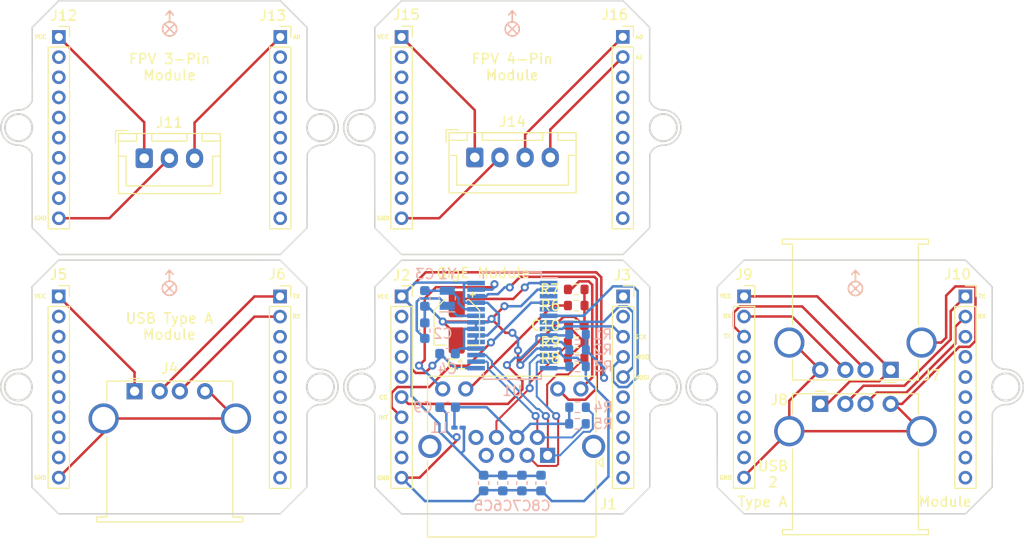
<source format=kicad_pcb>
(kicad_pcb (version 20221018) (generator pcbnew)
  (title_block (title "Modular Interface for Bitcraze Crazyflie 2.0") (date "2023-10-04") (company "Jose Ignacio Granados Marín") (comment 1 "Desarrollo de un vehículo aéreo no tripulado modular de bajo costo") (comment 2 "Trabajo Final de Graduación") (comment 3 "Área Académica de Ingeniería en Computadores") (comment 4 "Instituto Tecnológico de Costa Rica"))
  (layers (0 "F.Cu" signal) (31 "B.Cu" signal) (34 "B.Paste" user) (35 "F.Paste" user) (36 "B.SilkS" user "B.Silkscreen") (37 "F.SilkS" user "F.Silkscreen") (38 "B.Mask" user) (39 "F.Mask" user) (44 "Edge.Cuts" user))
  (net 0 "")
  (net 1 "/VCC")
  (net 2 "/GND")
  (net 3 "Net-(U1-OSC1)")
  (net 4 "Net-(U1-OSC2)")
  (net 5 "Net-(C9-Pad1)")
  (net 6 "Net-(C10-Pad1)")
  (net 7 "Net-(U1-VCAP)")
  (net 8 "/TPOUT+")
  (net 9 "/TPOUT-")
  (net 10 "/TPIN+")
  (net 12 "/TPIN-")
  (net 15 "Net-(J1-Pad9)")
  (net 16 "/LEDB")
  (net 17 "Net-(J1-Pad11)")
  (net 18 "/LEDA")
  (net 23 "/CS")
  (net 24 "/INT")
  (net 29 "/SCK")
  (net 30 "/MISO")
  (net 31 "/MOSI")
  (net 37 "Net-(U1-~{RESET})")
  (net 38 "Net-(U1-RBIAS)")
  (net 41 "Net-(J4-VBUS)")
  (net 42 "Net-(J4-D-)")
  (net 43 "Net-(J4-D+)")
  (net 44 "Net-(J4-GND)")
  (net 61 "Net-(J7-VBUS)")
  (net 62 "Net-(J7-D-)")
  (net 63 "Net-(J7-D+)")
  (net 64 "Net-(J7-GND)")
  (net 65 "Net-(J10-Pin_1)")
  (net 66 "Net-(J10-Pin_2)")
  (net 81 "Net-(J11-Pin_1)")
  (net 82 "Net-(J11-Pin_2)")
  (net 83 "Net-(J11-Pin_3)")
  (net 101 "Net-(J14-Pin_1)")
  (net 102 "Net-(J14-Pin_2)")
  (net 103 "Net-(J14-Pin_3)")
  (net 104 "Net-(J14-Pin_4)")
  (footprint "Connector_PinSocket_2.00mm:PinSocket_1x10_P2.00mm_Vertical" (layer "F.Cu") (at 90.76 59.2)
    (fp_text reference "J6")
    (fp_text value "Conn_01x10_Socket" hide)
  )
  (footprint "Connector_PinSocket_2.00mm:PinSocket_1x10_P2.00mm_Vertical" (layer "F.Cu") (at 158.826493 59.198801)
    (fp_text reference "J10")
    (fp_text value "Conn_01x10_Socket" hide)
  )
  (footprint "Connector_PinSocket_2.00mm:PinSocket_1x10_P2.00mm_Vertical" (layer "F.Cu") (at 68.78 59.19)
    (fp_text reference "J5")
    (fp_text value "Conn_01x10_Socket" hide)
  )
  (footprint "Resistor_SMD:R_0603_1608Metric" (layer "F.Cu") (at 120.165249 65.33)
    (fp_text reference "R8")
    (fp_text value "49.9" hide)
  )
  (footprint "Connector_PinSocket_2.00mm:PinSocket_1x10_P2.00mm_Vertical" (layer "F.Cu") (at 124.8 33.42)
    (fp_text reference "J16")
    (fp_text value "Conn_01x10_Socket" hide)
  )
  (footprint "Connector_PinSocket_2.00mm:PinSocket_1x10_P2.00mm_Vertical" (layer "F.Cu") (at 102.829285 59.195)
    (fp_text reference "J2")
    (fp_text value "Conn_01x10_Socket" hide)
  )
  (footprint "Capacitor_SMD:CP_Elec_4x5.4" (layer "F.Cu") (at 108.310249 61.77 -90)
    (fp_text reference "C1")
    (fp_text value "10uF" hide)
  )
  (footprint "Resistor_SMD:R_0603_1608Metric" (layer "F.Cu") (at 120.175249 60.1)
    (fp_text reference "R6")
    (fp_text value "180" hide)
  )
  (footprint "Connector_PinSocket_2.00mm:PinSocket_1x10_P2.00mm_Vertical" (layer "F.Cu") (at 136.846493 59.188801)
    (fp_text reference "J9")
    (fp_text value "Conn_01x10_Socket" hide)
  )
  (footprint "bitcraze:EXP_ORIENTATION" (layer "F.Cu") (at 113.82 32.63 90)
    (fp_text reference "EXP_ORIENTATION" hide)
    (fp_text value "VAL**" hide)
  )
  (footprint "bitcraze:EXP_ORIENTATION" (layer "F.Cu") (at 79.77 58.39 90)
    (fp_text reference "EXP_ORIENTATION" hide)
    (fp_text value "VAL**" hide)
  )
  (footprint "Connector_PinSocket_2.00mm:PinSocket_1x10_P2.00mm_Vertical" (layer "F.Cu") (at 124.830249 59.2)
    (fp_text reference "J3")
    (fp_text value "Conn_01x10_Socket" hide)
  )
  (footprint "Connector_USB:USB_A_Stewart_SS-52100-001_Horizontal" (layer "F.Cu") (at 144.406493 69.868801)
    (fp_text reference "J8")
    (fp_text value "USB_A" hide)
  )
  (footprint "bitcraze:EXP_ORIENTATION" (layer "F.Cu") (at 147.906493 58.408801 90)
    (fp_text reference "EXP_ORIENTATION" hide)
    (fp_text value "VAL**" hide)
  )
  (footprint "Resistor_SMD:R_0603_1608Metric" (layer "F.Cu") (at 120.167285 63.75)
    (fp_text reference "R9")
    (fp_text value "49.9" hide)
  )
  (footprint "Connector_USB:USB_A_Stewart_SS-52100-001_Horizontal" (layer "F.Cu") (at 76.3102 68.6108)
    (fp_text reference "J4")
    (fp_text value "USB_A" hide)
  )
  (footprint "Connector_USB:USB_A_Stewart_SS-52100-001_Horizontal" (layer "F.Cu") (at 151.406493 66.488001 180)
    (fp_text reference "J7")
    (fp_text value "USB_A" hide)
  )
  (footprint "Connector_JST:JST_XH_B3B-XH-A_1x03_P2.50mm_Vertical" (layer "F.Cu") (at 77.27 45.47)
    (fp_text reference "J11")
    (fp_text value "Conn_01x03_Socket" hide)
  )
  (footprint "Connector_PinSocket_2.00mm:PinSocket_1x10_P2.00mm_Vertical" (layer "F.Cu") (at 102.83 33.43)
    (fp_text reference "J15")
    (fp_text value "Conn_01x10_Socket" hide)
  )
  (footprint "Connector_RJ:RJ45_Amphenol_RJHSE538X" (layer "F.Cu") (at 117.332249 74.98 180)
    (fp_text reference "J1")
    (fp_text value "RJ45_LED" hide)
  )
  (footprint "Resistor_SMD:R_0603_1608Metric" (layer "F.Cu") (at 120.175249 58.5)
    (fp_text reference "R7")
    (fp_text value "180" hide)
  )
  (footprint "Connector_PinSocket_2.00mm:PinSocket_1x10_P2.00mm_Vertical" (layer "F.Cu") (at 90.78 33.43)
    (fp_text reference "J13")
    (fp_text value "Conn_01x10_Socket" hide)
  )
  (footprint "bitcraze:EXP_ORIENTATION" (layer "F.Cu") (at 79.79 32.63 90)
    (fp_text reference "EXP_ORIENTATION" hide)
    (fp_text value "VAL**" hide)
  )
  (footprint "Connector_JST:JST_XH_B4B-XH-A_1x04_P2.50mm_Vertical" (layer "F.Cu") (at 110.1 45.39)
    (fp_text reference "J14")
    (fp_text value "Conn_01x04_Socket" hide)
  )
  (footprint "Connector_PinSocket_2.00mm:PinSocket_1x10_P2.00mm_Vertical" (layer "F.Cu") (at 68.79 33.43)
    (fp_text reference "J12")
    (fp_text value "Conn_01x10_Socket" hide)
  )
  (footprint "Capacitor_SMD:C_0603_1608Metric" (layer "F.Cu") (at 120.189785 62.07)
    (fp_text reference "C10")
    (fp_text value "10nF" hide)
  )
  (footprint "Capacitor_SMD:C_0603_1608Metric" (layer "B.Cu") (at 110.977285 77.73 -90)
    (fp_text reference "C5")
    (fp_text value "100nF" hide)
  )
  (footprint "Resistor_SMD:R_0603_1608Metric" (layer "B.Cu") (at 120.297285 71.85 180)
    (fp_text reference "R5")
    (fp_text value "49.9" hide)
  )
  (footprint "Resistor_SMD:R_0603_1608Metric" (layer "B.Cu") (at 120.304285 62.97 180)
    (fp_text reference "R1")
    (fp_text value "100k" hide)
  )
  (footprint "Inductor_SMD:L_0201_0603Metric_Pad0.64x0.40mm_HandSolder" (layer "B.Cu") (at 108.487285 72.23 180)
    (fp_text reference "L1")
    (fp_text value "10uH" hide)
  )
  (footprint "Resistor_SMD:R_0603_1608Metric" (layer "B.Cu") (at 120.304285 64.495 180)
    (fp_text reference "R2")
    (fp_text value "10k" hide)
  )
  (footprint "Crystal:Crystal_SMD_MicroCrystal_CC8V-T1A-2Pin_2.0x1.2mm" (layer "B.Cu") (at 107.367285 59.38 90)
    (fp_text reference "Y1")
    (fp_text value "25MHz" hide)
  )
  (footprint "Resistor_SMD:R_0603_1608Metric" (layer "B.Cu") (at 120.304285 66.145)
    (fp_text reference "R3")
    (fp_text value "2k" hide)
  )
  (footprint "Resistor_SMD:R_0603_1608Metric" (layer "B.Cu") (at 120.307285 70.2)
    (fp_text reference "R4")
    (fp_text value "49.9" hide)
  )
  (footprint "Capacitor_SMD:C_0603_1608Metric" (layer "B.Cu") (at 116.677285 77.73 -90)
    (fp_text reference "C8")
    (fp_text value "100nF" hide)
  )
  (footprint "Capacitor_SMD:C_0603_1608Metric" (layer "B.Cu") (at 112.877285 77.73 -90)
    (fp_text reference "C6")
    (fp_text value "100nF" hide)
  )
  (footprint "Capacitor_SMD:C_0603_1608Metric" (layer "B.Cu") (at 107.391785 64.88)
    (fp_text reference "C4")
    (fp_text value "100nF" hide)
  )
  (footprint "Capacitor_SMD:C_0603_1608Metric" (layer "B.Cu") (at 107.402285 70.2 180)
    (fp_text reference "C9")
    (fp_text value "100nF" hide)
  )
  (footprint "Capacitor_SMD:C_0603_1608Metric" (layer "B.Cu") (at 105.140249 59.395 90)
    (fp_text reference "C3")
    (fp_text value "18pF" hide)
  )
  (footprint "Capacitor_SMD:C_0603_1608Metric" (layer "B.Cu") (at 114.777285 77.73 -90)
    (fp_text reference "C7")
    (fp_text value "100nF" hide)
  )
  (footprint "Package_SO:SSOP-28_5.3x10.2mm_P0.65mm" (layer "B.Cu") (at 113.830249 62.095 180)
    (fp_text reference "U1")
    (fp_text value "ENC28J60x-SS" hide)
  )
  (footprint "Capacitor_SMD:C_0603_1608Metric" (layer "B.Cu") (at 105.137285 62.5925 -90)
    (fp_text reference "C2")
    (fp_text value "18pF" hide)
  )
  (gr_line (start 98.147803 66.583143) (end 98.056859 66.624694) (stroke (width 0.15)) (layer "Edge.Cuts"))
  (gr_line (start 97.384323 67.207789) (end 97.3303 67.291924) (stroke (width 0.15)) (layer "Edge.Cuts"))
  (gr_line (start 63.077258 67.746012) (end 63.054664 67.843413) (stroke (width 0.15)) (layer "Edge.Cuts"))
  (gr_line (start 96.522331 42.181944) (end 96.53367 42.281285) (stroke (width 0.15)) (layer "Edge.Cuts"))
  (gr_line (start 94.572821 69.954017) (end 94.474344 69.971292) (stroke (width 0.15)) (layer "Edge.Cuts"))
  (gr_line (start 129.408314 40.781853) (end 129.501482 40.818143) (stroke (width 0.15)) (layer "Edge.Cuts"))
  (gr_line (start 98.432759 66.490515) (end 98.33606 66.515944) (stroke (width 0.15)) (layer "Edge.Cuts"))
  (gr_line (start 131.582662 69.409624) (end 131.654432 69.47924) (stroke (width 0.15)) (layer "Edge.Cuts"))
  (gr_line (start 95.35623 69.838889) (end 95.261102 69.869678) (stroke (width 0.15)) (layer "Edge.Cuts"))
  (gr_line (start 130.214156 69.264876) (end 130.150793 69.342222) (stroke (width 0.15)) (layer "Edge.Cuts"))
  (gr_line (start 128.084412 40.480281) (end 128.172351 40.527851) (stroke (width 0.15)) (layer "Edge.Cuts"))
  (gr_line (start 95.896433 43.785842) (end 95.817192 43.846819) (stroke (width 0.15)) (layer "Edge.Cuts"))
  (gr_line (start 99.93545 40.158951) (end 99.868688 40.233376) (stroke (width 0.15)) (layer "Edge.Cuts"))
  (gr_line (start 133.572081 66.239082) (end 133.484142 66.286652) (stroke (width 0.15)) (layer "Edge.Cuts"))
  (gr_line (start 96.48218 42.876127) (end 96.453939 42.972042) (stroke (width 0.15)) (layer "Edge.Cuts"))
  (gr_line (start 129.125638 69.919725) (end 129.026652 69.933835) (stroke (width 0.15)) (layer "Edge.Cuts"))
  (gr_line (start 95.068533 66.465651) (end 95.166526 66.485515) (stroke (width 0.15)) (layer "Edge.Cuts"))
  (gr_line (start 132.907686 66.437057) (end 132.836493 66.438801) (stroke (width 0.15)) (layer "Edge.Cuts"))
  (gr_line (start 130.534897 42.778755) (end 130.51218 42.876127) (stroke (width 0.15)) (layer "Edge.Cuts"))
  (gr_line (start 98.240971 66.546853) (end 98.147803 66.583143) (stroke (width 0.15)) (layer "Edge.Cuts"))
  (gr_line (start 97.636309 41.141056) (end 97.564627 41.210763) (stroke (width 0.15)) (layer "Edge.Cuts"))
  (gr_line (start 133.737132 66.12641) (end 133.656544 66.185584) (stroke (width 0.15)) (layer "Edge.Cuts"))
  (gr_line (start 98.149841 69.807717) (end 98.243055 69.843889) (stroke (width 0.15)) (layer "Edge.Cuts"))
  (gr_line (start 132.836493 66.438801) (end 132.736547 66.441657) (stroke (width 0.15)) (layer "Edge.Cuts"))
  (gr_line (start 98.62972 66.456416) (end 98.530752 66.470651) (stroke (width 0.15)) (layer "Edge.Cuts"))
  (gr_line (start 131.288379 67.372809) (end 131.244303 67.462556) (stroke (width 0.15)) (layer "Edge.Cuts"))
  (gr_line (start 127.639832 70.571438) (end 127.585917 70.655636) (stroke (width 0.15)) (layer "Edge.Cuts"))
  (gr_line (start 97.711854 41.075557) (end 97.636309 41.141056) (stroke (width 0.15)) (layer "Edge.Cuts"))
  (gr_line (start 96.213713 69.179037) (end 96.154871 69.259876) (stroke (width 0.15)) (layer "Edge.Cuts"))
  (gr_line (start 128.649174 40.669933) (end 128.748807 40.678256) (stroke (width 0.15)) (layer "Edge.Cuts"))
  (gr_line (start 163.606933 69.760082) (end 163.515937 69.801518) (stroke (width 0.15)) (layer "Edge.Cuts"))
  (gr_line (start 164.281455 67.20159) (end 164.335478 67.285725) (stroke (width 0.15)) (layer "Edge.Cuts"))
  (gr_line (start 95.714599 69.663172) (end 95.628922 69.714715) (stroke (width 0.15)) (layer "Edge.Cuts"))
  (gr_line (start 131.514985 69.336023) (end 131.582662 69.409624) (stroke (width 0.15)) (layer "Edge.Cuts"))
  (gr_line (start 131.206227 68.824989) (end 131.245222 68.917057) (stroke (width 0.15)) (layer "Edge.Cuts"))
  (gr_line (start 127.486821 45.069159) (end 127.47 52.38) (stroke (width 0.15)) (layer "Edge.Cuts"))
  (gr_line (start 130.377399 67.379008) (end 130.421475 67.468755) (stroke (width 0.15)) (layer "Edge.Cuts"))
  (gr_line (start 164.568509 68.439046) (end 164.55139 68.537556) (stroke (width 0.15)) (layer "Edge.Cuts"))
  (gr_line (start 130.083116 69.415823) (end 130.011346 69.485439) (stroke (width 0.15)) (layer "Edge.Cuts"))
  (gr_line (start 98.056859 66.624694) (end 97.968437 66.671372) (stroke (width 0.15)) (layer "Edge.Cuts"))
  (gr_line (start 99.37665 40.569266) (end 99.283021 40.604333) (stroke (width 0.15)) (layer "Edge.Cuts"))
  (gr_line (start 63.536169 43.650823) (end 63.607939 43.720439) (stroke (width 0.15)) (layer "Edge.Cuts"))
  (gr_line (start 164.158001 69.336023) (end 164.090324 69.409624) (stroke (width 0.15)) (layer "Edge.Cuts"))
  (gr_line (start 97.959152 40.906372) (end 97.87354 40.958023) (stroke (width 0.15)) (layer "Edge.Cuts"))
  (gr_line (start 64.491467 40.705651) (end 64.393474 40.725515) (stroke (width 0.15)) (layer "Edge.Cuts"))
  (gr_line (start 130.578539 68.246099) (end 130.572766 68.345918) (stroke (width 0.15)) (layer "Edge.Cuts"))
  (gr_line (start 129.508729 69.807717) (end 129.415515 69.843889) (stroke (width 0.15)) (layer "Edge.Cuts"))
  (gr_line (start 64.20377 44.078889) (end 64.298898 44.109678) (stroke (width 0.15)) (layer "Edge.Cuts"))
  (gr_line (start 97.22781 41.703755) (end 97.188931 41.795873) (stroke (width 0.15)) (layer "Edge.Cuts"))
  (gr_line (start 97.080031 68.246099) (end 97.085804 68.345918) (stroke (width 0.15)) (layer "Edge.Cuts"))
  (gr_line (start 132.934239 69.942371) (end 133.033672 69.952818) (stroke (width 0.15)) (layer "Edge.Cuts"))
  (gr_line (start 93.813028 40.303038) (end 93.889361 40.367609) (stroke (width 0.15)) (layer "Edge.Cuts"))
  (gr_line (start 163.782953 66.716824) (end 163.865475 66.773281) (stroke (width 0.15)) (layer "Edge.Cuts"))
  (gr_line (start 131.337508 67.285725) (end 131.288379 67.372809) (stroke (width 0.15)) (layer "Edge.Cuts"))
  (gr_line (start 128.929231 66.447856) (end 129.02885 66.456416) (stroke (width 0.15)) (layer "Edge.Cuts"))
  (gr_line (start 97.375038 41.442789) (end 97.321015 41.526924) (stroke (width 0.15)) (layer "Edge.Cuts"))
  (gr_line (start 97.791018 41.01448) (end 97.711854 41.075557) (stroke (width 0.15)) (layer "Edge.Cuts"))
  (gr_line (start 127.643059 40.080117) (end 127.70455 40.158951) (stroke (width 0.15)) (layer "Edge.Cuts"))
  (gr_line (start 64.473647 69.914725) (end 64.572633 69.928835) (stroke (width 0.15)) (layer "Edge.Cuts"))
  (gr_line (start 65.854884 44.650172) (end 65.919863 44.726157) (stroke (width 0.15)) (layer "Edge.Cuts"))
  (gr_line (start 97.188931 41.795873) (end 97.155378 41.890062) (stroke (width 0.15)) (layer "Edge.Cuts"))
  (gr_line (start 99.283021 40.604333) (end 99.187204 40.632884) (stroke (width 0.15)) (layer "Edge.Cuts"))
  (gr_line (start 95.469444 44.042717) (end 95.37623 44.078889) (stroke (width 0.15)) (layer "Edge.Cuts"))
  (gr_line (start 164.384607 67.372809) (end 164.428683 67.462556) (stroke (width 0.15)) (layer "Edge.Cuts"))
  (gr_line (start 128.452796 40.632884) (end 128.550348 40.654785) (stroke (width 0.15)) (layer "Edge.Cuts"))
  (gr_line (start 65.919863 44.726157) (end 65.979453 44.806438) (stroke (width 0.15)) (layer "Edge.Cuts"))
  (gr_line (start 63.606309 41.141056) (end 63.534627 41.210763) (stroke (width 0.15)) (layer "Edge.Cuts"))
  (gr_line (start 65.818688 65.993376) (end 65.746972 66.063038) (stroke (width 0.15)) (layer "Edge.Cuts"))
  (gr_line (start 127.576632 44.890636) (end 127.528647 44.978348) (stroke (width 0.15)) (layer "Edge.Cuts"))
  (gr_line (start 130.367082 43.247948) (end 130.317842 43.33497) (stroke (width 0.15)) (layer "Edge.Cuts"))
  (gr_line (start 97.156061 42.972042) (end 97.189734 43.066188) (stroke (width 0.15)) (layer "Edge.Cuts"))
  (gr_line (start 63.292158 43.33497) (end 63.346287 43.419037) (stroke (width 0.15)) (layer "Edge.Cuts"))
  (gr_line (start 132.343268 66.509745) (end 132.248179 66.540654) (stroke (width 0.15)) (layer "Edge.Cuts"))
  (gr_line (start 66.87 78.89) (end 68.77 80.79) (stroke (width 0.15)) (layer "Edge.Cuts"))
  (gr_line (start 162.188844 66.286652) (end 162.279843 66.328067) (stroke (width 0.15)) (layer "Edge.Cuts"))
  (gr_line (start 65.039652 66.414785) (end 64.940826 66.429933) (stroke (width 0.15)) (layer "Edge.Cuts"))
  (gr_line (start 64.017574 40.859694) (end 63.929152 40.906372) (stroke (width 0.15)) (layer "Edge.Cuts"))
  (gr_line (start 127.699422 70.491157) (end 127.639832 70.571438) (stroke (width 0.15)) (layer "Edge.Cuts"))
  (gr_line (start 128.248584 70.068098) (end 128.158536 70.111543) (stroke (width 0.15)) (layer "Edge.Cuts"))
  (gr_line (start 132.54014 69.913526) (end 132.639126 69.927636) (stroke (width 0.15)) (layer "Edge.Cuts"))
  (gr_line (start 100.063368 44.890636) (end 100.111353 44.978348) (stroke (width 0.15)) (layer "Edge.Cuts"))
  (gr_line (start 99.749297 70.277517) (end 99.824107 70.343846) (stroke (width 0.15)) (layer "Edge.Cuts"))
  (gr_line (start 164.585747 68.2399) (end 164.579974 68.339719) (stroke (width 0.15)) (layer "Edge.Cuts"))
  (gr_line (start 95.451482 66.578143) (end 95.542426 66.619694) (stroke (width 0.15)) (layer "Edge.Cuts"))
  (gr_line (start 128.550348 40.654785) (end 128.649174 40.669933) (stroke (width 0.15)) (layer "Edge.Cuts"))
  (gr_line (start 162.838663 69.9388) (end 162.738747 69.942371) (stroke (width 0.15)) (layer "Edge.Cuts"))
  (gr_line (start 63.516169 69.410823) (end 63.587939 69.480439) (stroke (width 0.15)) (layer "Edge.Cuts"))
  (gr_line (start 63.325038 67.202789) (end 63.271015 67.286924) (stroke (width 0.15)) (layer "Edge.Cuts"))
  (gr_line (start 96.502331 67.941944) (end 96.51367 68.041285) (stroke (width 0.15)) (layer "Edge.Cuts"))
  (gr_line (start 64.296775 40.750944) (end 64.201686 40.781853) (stroke (width 0.15)) (layer "Edge.Cuts"))
  (gr_line (start 164.280206 69.177838) (end 164.221364 69.258677) (stroke (width 0.15)) (layer "Edge.Cuts"))
  (gr_line (start 96.462742 67.746012) (end 96.485336 67.843413) (stroke (width 0.15)) (layer "Edge.Cuts"))
  (gr_line (start 164.091866 66.969564) (end 164.15945 67.04325) (stroke (width 0.15)) (layer "Edge.Cuts"))
  (gr_line (start 95.898146 41.075557) (end 95.973691 41.141056) (stroke (width 0.15)) (layer "Edge.Cuts"))
  (gr_line (start 64.18377 69.838889) (end 64.278898 69.869678) (stroke (width 0.15)) (layer "Edge.Cuts"))
  (gr_line (start 133.203697 66.391685) (end 133.106145 66.413586) (stroke (width 0.15)) (layer "Edge.Cuts"))
  (gr_line (start 93.456821 45.069159) (end 93.44 52.38) (stroke (width 0.15)) (layer "Edge.Cuts"))
  (gr_line (start 99.500034 70.111543) (end 99.586874 70.161089) (stroke (width 0.15)) (layer "Edge.Cuts"))
  (gr_line (start 128.26335 40.569266) (end 128.356979 40.604333) (stroke (width 0.15)) (layer "Edge.Cuts"))
  (gr_line (start 129.026652 69.933835) (end 128.927022 69.942269) (stroke (width 0.15)) (layer "Edge.Cuts"))
  (gr_line (start 96.504897 42.778755) (end 96.48218 42.876127) (stroke (width 0.15)) (layer "Edge.Cuts"))
  (gr_line (start 100.184789 39.728396) (end 100.147017 39.820967) (stroke (width 0.15)) (layer "Edge.Cuts"))
  (gr_line (start 127.537932 70.743348) (end 127.496106 70.834159) (stroke (width 0.15)) (layer "Edge.Cuts"))
  (gr_line (start 97.281171 67.379008) (end 97.237095 67.468755) (stroke (width 0.15)) (layer "Edge.Cuts"))
  (gr_line (start 63.198729 43.158256) (end 63.242918 43.247948) (stroke (width 0.15)) (layer "Edge.Cuts"))
  (gr_line (start 94.887737 44.177269) (end 94.79217 44.179999) (stroke (width 0.15)) (layer "Edge.Cuts"))
  (gr_line (start 64.692263 44.177269) (end 64.78783 44.179999) (stroke (width 0.15)) (layer "Edge.Cuts"))
  (gr_line (start 66.89 53.13) (end 68.79 55.03) (stroke (width 0.15)) (layer "Edge.Cuts"))
  (gr_line (start 162.165744 70.105344) (end 162.078904 70.15489) (stroke (width 0.15)) (layer "Edge.Cuts"))
  (gr_line (start 95.54044 69.761281) (end 95.449444 69.802717) (stroke (width 0.15)) (layer "Edge.Cuts"))
  (gr_line (start 94.592821 44.194017) (end 94.494344 44.211292) (stroke (width 0.15)) (layer "Edge.Cuts"))
  (gr_line (start 96.287842 43.33497) (end 96.233713 43.419037) (stroke (width 0.15)) (layer "Edge.Cuts"))
  (gr_line (start 98.138518 40.818143) (end 98.047574 40.859694) (stroke (width 0.15)) (layer "Edge.Cuts"))
  (gr_line (start 94.987367 44.168835) (end 94.887737 44.177269) (stroke (width 0.15)) (layer "Edge.Cuts"))
  (gr_line (start 130.32827 67.291924) (end 130.377399 67.379008) (stroke (width 0.15)) (layer "Edge.Cuts"))
  (gr_line (start 131.205424 67.554674) (end 131.171871 67.648863) (stroke (width 0.15)) (layer "Edge.Cuts"))
  (gr_line (start 130.142957 41.284449) (end 130.206222 41.361876) (stroke (width 0.15)) (layer "Edge.Cuts"))
  (gr_line (start 96.539254 42.481099) (end 96.533481 42.580918) (stroke (width 0.15)) (layer "Edge.Cuts"))
  (gr_line (start 97.105103 42.778755) (end 97.12782 42.876127) (stroke (width 0.15)) (layer "Edge.Cuts"))
  (gr_line (start 131.450271 67.120677) (end 131.391531 67.20159) (stroke (width 0.15)) (layer "Edge.Cuts"))
  (gr_line (start 95.164372 69.894985) (end 95.066353 69.914725) (stroke (width 0.15)) (layer "Edge.Cuts"))
  (gr_line (start 129.775745 66.723023) (end 129.858267 66.77948) (stroke (width 0.15)) (layer "Edge.Cuts"))
  (gr_line (start 127.919361 40.367609) (end 127.999949 40.426783) (stroke (width 0.15)) (layer "Edge.Cuts"))
  (gr_line (start 132.157049 69.801518) (end 132.250263 69.83769) (stroke (width 0.15)) (layer "Edge.Cuts"))
  (gr_line (start 98.243055 69.843889) (end 98.338183 69.874678) (stroke (width 0.15)) (layer "Edge.Cuts"))
  (gr_line (start 94.012411 70.156089) (end 93.929191 70.211502) (stroke (width 0.15)) (layer "Edge.Cuts"))
  (gr_line (start 130.003691 41.141056) (end 130.075373 41.210763) (stroke (width 0.15)) (layer "Edge.Cuts"))
  (gr_line (start 99.740012 44.512517) (end 99.814822 44.578846) (stroke (width 0.15)) (layer "Edge.Cuts"))
  (gr_line (start 65.746972 66.063038) (end 65.670639 66.127609) (stroke (width 0.15)) (layer "Edge.Cuts"))
  (gr_line (start 134.186493 58.238801) (end 134.936493 57.488801) (stroke (width 0.15)) (layer "Edge.Cuts"))
  (gr_line (start 100.156302 65.585967) (end 100.112259 65.675724) (stroke (width 0.15)) (layer "Edge.Cuts"))
  (gr_line (start 65.590051 66.186783) (end 65.505588 66.240281) (stroke (width 0.15)) (layer "Edge.Cuts"))
  (gr_line (start 66.12 58.24) (end 66.87 57.49) (stroke (width 0.15)) (layer "Edge.Cuts"))
  (gr_line (start 64.276775 66.510944) (end 64.181686 66.541853) (stroke (width 0.15)) (layer "Edge.Cuts"))
  (gr_line (start 131.39278 69.177838) (end 131.451622 69.258677) (stroke (width 0.15)) (layer "Edge.Cuts"))
  (gr_line (start 94.474344 69.971292) (end 94.377292 69.995312) (stroke (width 0.15)) (layer "Edge.Cuts"))
  (gr_line (start 66.89 31.73) (end 68.79 29.83) (stroke (width 0.15)) (layer "Edge.Cuts"))
  (gr_line (start 163.230865 69.893786) (end 163.132846 69.913526) (stroke (width 0.15)) (layer "Edge.Cuts"))
  (gr_line (start 63.911078 69.714715) (end 63.99956 69.761281) (stroke (width 0.15)) (layer "Edge.Cuts"))
  (gr_line (start 128.272635 66.334266) (end 128.366264 66.369333) (stroke (width 0.15)) (layer "Edge.Cuts"))
  (gr_line (start 63.326287 69.179037) (end 63.385129 69.259876) (stroke (width 0.15)) (layer "Edge.Cuts"))
  (gr_line (start 97.322158 43.33497) (end 97.376287 43.419037) (stroke (width 0.15)) (layer "Edge.Cuts"))
  (gr_line (start 161.486493 58.238801) (end 160.736493 57.488801) (stroke (width 0.15)) (layer "Edge.Cuts"))
  (gr_line (start 63.221886 67.374008) (end 63.17781 67.463755) (stroke (width 0.15)) (layer "Edge.Cuts"))
  (gr_line (start 97.282203 69.012948) (end 97.331443 69.09997) (stroke (width 0.15)) (layer "Edge.Cuts"))
  (gr_line (start 94.142351 40.527851) (end 94.23335 40.569266) (stroke (width 0.15)) (layer "Edge.Cuts"))
  (gr_line (start 66.134789 65.488396) (end 66.12 58.24) (stroke (width 0.15)) (layer "Edge.Cuts"))
  (gr_line (start 65.137204 66.392884) (end 65.039652 66.414785) (stroke (width 0.15)) (layer "Edge.Cuts"))
  (gr_line (start 96.519317 68.141112) (end 96.519254 68.241099) (stroke (width 0.15)) (layer "Edge.Cuts"))
  (gr_line (start 63.271015 67.286924) (end 63.221886 67.374008) (stroke (width 0.15)) (layer "Edge.Cuts"))
  (gr_line (start 129.417599 66.546853) (end 129.510767 66.583143) (stroke (width 0.15)) (layer "Edge.Cuts"))
  (gr_line (start 63.158931 41.795873) (end 63.125378 41.890062) (stroke (width 0.15)) (layer "Edge.Cuts"))
  (gr_line (start 63.845401 43.903172) (end 63.931078 43.954715) (stroke (width 0.15)) (layer "Edge.Cuts"))
  (gr_line (start 96.361271 68.918256) (end 96.317082 69.007948) (stroke (width 0.15)) (layer "Edge.Cuts"))
  (gr_line (start 93.705116 70.410172) (end 93.640137 70.486157) (stroke (width 0.15)) (layer "Edge.Cuts"))
  (gr_line (start 93.600547 44.806438) (end 93.546632 44.890636) (stroke (width 0.15)) (layer "Edge.Cuts"))
  (gr_line (start 95.878146 66.835557) (end 95.953691 66.901056) (stroke (width 0.15)) (layer "Edge.Cuts"))
  (gr_line (start 93.849988 70.272517) (end 93.775178 70.338846) (stroke (width 0.15)) (layer "Edge.Cuts"))
  (gr_line (start 100.194074 65.493396) (end 100.179285 58.245) (stroke (width 0.15)) (layer "Edge.Cuts"))
  (gr_line (start 102.82 29.83) (end 123.02 29.83) (stroke (width 0.15)) (layer "Edge.Cuts"))
  (gr_line (start 94.189299 70.063098) (end 94.099251 70.106543) (stroke (width 0.15)) (layer "Edge.Cuts"))
  (gr_line (start 66.052974 65.670724) (end 66.00287 65.757244) (stroke (width 0.15)) (layer "Edge.Cuts"))
  (gr_line (start 97.155378 41.890062) (end 97.127258 41.986012) (stroke (width 0.15)) (layer "Edge.Cuts"))
  (gr_line (start 100.92 31.73) (end 102.82 29.83) (stroke (width 0.15)) (layer "Edge.Cuts"))
  (gr_line (start 64.967179 69.954017) (end 65.065656 69.971292) (stroke (width 0.15)) (layer "Edge.Cuts"))
  (gr_line (start 64.373474 66.485515) (end 64.276775 66.510944) (stroke (width 0.15)) (layer "Edge.Cuts"))
  (gr_line (start 97.645594 66.906056) (end 97.573912 66.975763) (stroke (width 0.15)) (layer "Edge.Cuts"))
  (gr_line (start 130.141508 43.577222) (end 130.073831 43.650823) (stroke (width 0.15)) (layer "Edge.Cuts"))
  (gr_line (start 99.564873 66.245281) (end 99.476934 66.292851) (stroke (width 0.15)) (layer "Edge.Cuts"))
  (gr_line (start 130.204871 43.499876) (end 130.141508 43.577222) (stroke (width 0.15)) (layer "Edge.Cuts"))
  (gr_line (start 99.577589 44.396089) (end 99.660809 44.451502) (stroke (width 0.15)) (layer "Edge.Cuts"))
  (gr_line (start 131.654432 69.47924) (end 131.73006 69.544643) (stroke (width 0.15)) (layer "Edge.Cuts"))
  (gr_line (start 129.118533 40.705651) (end 129.216526 40.725515) (stroke (width 0.15)) (layer "Edge.Cuts"))
  (gr_line (start 100.006226 65.845117) (end 99.944735 65.923951) (stroke (width 0.15)) (layer "Edge.Cuts"))
  (gr_line (start 66.061353 70.738348) (end 66.103179 70.829159) (stroke (width 0.15)) (layer "Edge.Cuts"))
  (gr_line (start 95.283225 40.750944) (end 95.378314 40.781853) (stroke (width 0.15)) (layer "Edge.Cuts"))
  (gr_line (start 100.120638 70.743348) (end 100.162464 70.834159) (stroke (width 0.15)) (layer "Edge.Cuts"))
  (gr_line (start 65.527589 70.156089) (end 65.610809 70.211502) (stroke (width 0.15)) (layer "Edge.Cuts"))
  (gr_line (start 95.086353 44.154725) (end 94.987367 44.168835) (stroke (width 0.15)) (layer "Edge.Cuts"))
  (gr_line (start 99.221993 70.000312) (end 99.317159 70.030963) (stroke (width 0.15)) (layer "Edge.Cuts"))
  (gr_line (start 129.690133 66.671372) (end 129.775745 66.723023) (stroke (width 0.15)) (layer "Edge.Cuts"))
  (gr_line (start 130.263713 43.419037) (end 130.204871 43.499876) (stroke (width 0.15)) (layer "Edge.Cuts"))
  (gr_line (start 99.017179 44.194017) (end 99.115656 44.211292) (stroke (width 0.15)) (layer "Edge.Cuts"))
  (gr_line (start 128.622821 44.194017) (end 128.524344 44.211292) (stroke (width 0.15)) (layer "Edge.Cuts"))
  (gr_line (start 164.15945 67.04325) (end 164.222715 67.120677) (stroke (width 0.15)) (layer "Edge.Cuts"))
  (gr_line (start 100.17 32.48) (end 100.92 31.73) (stroke (width 0.15)) (layer "Edge.Cuts"))
  (gr_line (start 94.77217 69.939999) (end 94.77217 69.939999) (stroke (width 0.15)) (layer "Edge.Cuts"))
  (gr_circle (center 98.829285 68.195) (end 100.179285 68.195) (stroke (width 0.2)) (fill none) (layer "Edge.Cuts"))
  (gr_line (start 130.51218 42.876127) (end 130.483939 42.972042) (stroke (width 0.15)) (layer "Edge.Cuts"))
  (gr_line (start 99.814822 44.578846) (end 99.884884 44.650172) (stroke (width 0.15)) (layer "Edge.Cuts"))
  (gr_line (start 129.764599 43.903172) (end 129.678922 43.954715) (stroke (width 0.15)) (layer "Edge.Cuts"))
  (gr_line (start 163.036058 66.450217) (end 163.135026 66.464452) (stroke (width 0.15)) (layer "Edge.Cuts"))
  (gr_line (start 130.411271 43.158256) (end 130.367082 43.247948) (stroke (width 0.15)) (layer "Edge.Cuts"))
  (gr_line (start 63.607939 43.720439) (end 63.683567 43.785842) (stroke (width 0.15)) (layer "Edge.Cuts"))
  (gr_line (start 132.736547 66.441657) (end 132.636928 66.450217) (stroke (width 0.15)) (layer "Edge.Cuts"))
  (gr_line (start 66.117017 39.820967) (end 66.072974 39.910724) (stroke (width 0.15)) (layer "Edge.Cuts"))
  (gr_line (start 128.332126 44.265963) (end 128.239299 44.303098) (stroke (width 0.15)) (layer "Edge.Cuts"))
  (gr_line (start 94.500348 66.414785) (end 94.599174 66.429933) (stroke (width 0.15)) (layer "Edge.Cuts"))
  (gr_line (start 99.490749 44.346543) (end 99.577589 44.396089) (stroke (width 0.15)) (layer "Edge.Cuts"))
  (gr_line (start 99.026464 69.959017) (end 99.124941 69.976292) (stroke (width 0.15)) (layer "Edge.Cuts"))
  (gr_line (start 128.172351 40.527851) (end 128.26335 40.569266) (stroke (width 0.15)) (layer "Edge.Cuts"))
  (gr_line (start 130.569317 42.381112) (end 130.569254 42.481099) (stroke (width 0.15)) (layer "Edge.Cuts"))
  (gr_line (start 163.424807 66.540654) (end 163.517975 66.576944) (stroke (width 0.15)) (layer "Edge.Cuts"))
  (gr_line (start 97.137105 68.641127) (end 97.165346 68.737042) (stroke (width 0.15)) (layer "Edge.Cuts"))
  (gr_line (start 131.338651 69.093771) (end 131.39278 69.177838) (stroke (width 0.15)) (layer "Edge.Cuts"))
  (gr_line (start 128.009234 66.191783) (end 128.093697 66.245281) (stroke (width 0.15)) (layer "Edge.Cuts"))
  (gr_line (start 99.660809 44.451502) (end 99.740012 44.512517) (stroke (width 0.15)) (layer "Edge.Cuts"))
  (gr_line (start 66.072974 39.910724) (end 66.02287 39.997244) (stroke (width 0.15)) (layer "Edge.Cuts"))
  (gr_line (start 63.99956 69.761281) (end 64.090556 69.802717) (stroke (width 0.15)) (layer "Edge.Cuts"))
  (gr_line (start 92.69 53.13) (end 90.79 55.03) (stroke (width 0.15)) (layer "Edge.Cuts"))
  (gr_line (start 63.84354 40.958023) (end 63.761018 41.01448) (stroke (width 0.15)) (layer "Edge.Cuts"))
  (gr_line (start 133.132149 69.970093) (end 133.229201 69.994113) (stroke (width 0.15)) (layer "Edge.Cuts"))
  (gr_line (start 128.831455 69.944999) (end 128.731539 69.94857) (stroke (width 0.15)) (layer "Edge.Cuts"))
  (gr_line (start 128.093697 66.245281) (end 128.181636 66.292851) (stroke (width 0.15)) (layer "Edge.Cuts"))
  (gr_line (start 64.110556 44.042717) (end 64.20377 44.078889) (stroke (width 0.15)) (layer "Edge.Cuts"))
  (gr_line (start 130.552331 42.181944) (end 130.56367 42.281285) (stroke (width 0.15)) (layer "Edge.Cuts"))
  (gr_line (start 161.603623 65.756045) (end 161.659552 65.838918) (stroke (width 0.15)) (layer "Edge.Cuts"))
  (gr_line (start 162.078904 70.15489) (end 161.995684 70.210303) (stroke (width 0.15)) (layer "Edge.Cuts"))
  (gr_line (start 129.017367 44.168835) (end 128.917737 44.177269) (stroke (width 0.15)) (layer "Edge.Cuts"))
  (gr_line (start 63.385129 69.259876) (end 63.448492 69.337222) (stroke (width 0.15)) (layer "Edge.Cuts"))
  (gr_line (start 97.113949 67.848413) (end 97.096954 67.946944) (stroke (width 0.15)) (layer "Edge.Cuts"))
  (gr_line (start 160.736493 57.488801) (end 158.836493 55.588801) (stroke (width 0.15)) (layer "Edge.Cuts"))
  (gr_line (start 131.171871 67.648863) (end 131.143751 67.744813) (stroke (width 0.15)) (layer "Edge.Cuts"))
  (gr_line (start 95.281102 44.109678) (end 95.184372 44.134985) (stroke (width 0.15)) (layer "Edge.Cuts"))
  (gr_line (start 162.836493 66.438801) (end 162.936439 66.441657) (stroke (width 0.15)) (layer "Edge.Cuts"))
  (gr_line (start 98.047574 40.859694) (end 97.959152 40.906372) (stroke (width 0.15)) (layer "Edge.Cuts"))
  (gr_line (start 64.76783 69.939999) (end 64.867746 69.94357) (stroke (width 0.15)) (layer "Edge.Cuts"))
  (gr_line (start 97.497043 41.284449) (end 97.433778 41.361876) (stroke (width 0.15)) (layer "Edge.Cuts"))
  (gr_line (start 63.057984 42.680245) (end 63.075103 42.778755) (stroke (width 0.15)) (layer "Edge.Cuts"))
  (gr_line (start 128.82217 44.179999) (end 128.82217 44.179999) (stroke (width 0.15)) (layer "Edge.Cuts"))
  (gr_line (start 164.529235 67.744813) (end 164.551829 67.842214) (stroke (width 0.15)) (layer "Edge.Cuts"))
  (gr_line (start 63.026519 68.340918) (end 63.037984 68.440245) (stroke (width 0.15)) (layer "Edge.Cuts"))
  (gr_line (start 63.741018 66.77448) (end 63.661854 66.835557) (stroke (width 0.15)) (layer "Edge.Cuts"))
  (gr_line (start 130.274247 67.207789) (end 130.32827 67.291924) (stroke (width 0.15)) (layer "Edge.Cuts"))
  (gr_line (start 130.450266 43.066188) (end 130.411271 43.158256) (stroke (width 0.15)) (layer "Edge.Cuts"))
  (gr_line (start 130.578602 68.146112) (end 130.578539 68.246099) (stroke (width 0.15)) (layer "Edge.Cuts"))
  (gr_line (start 63.037984 68.440245) (end 63.055103 68.538755) (stroke (width 0.15)) (layer "Edge.Cuts"))
  (gr_line (start 130.535336 42.083413) (end 130.552331 42.181944) (stroke (width 0.15)) (layer "Edge.Cuts"))
  (gr_line (start 96.092957 67.044449) (end 96.156222 67.121876) (stroke (width 0.15)) (layer "Edge.Cuts"))
  (gr_line (start 98.827115 69.944999) (end 98.927031 69.94857) (stroke (width 0.15)) (layer "Edge.Cuts"))
  (gr_line (start 134.025946 70.565239) (end 134.079861 70.649437) (stroke (width 0.15)) (layer "Edge.Cuts"))
  (gr_line (start 130.206222 41.361876) (end 130.264962 41.442789) (stroke (width 0.15)) (layer "Edge.Cuts"))
  (gr_line (start 164.501115 67.648863) (end 164.529235 67.744813) (stroke (width 0.15)) (layer "Edge.Cuts"))
  (gr_line (start 63.587939 69.480439) (end 63.663567 69.545842) (stroke (width 0.15)) (layer "Edge.Cuts"))
  (gr_line (start 130.521465 68.641127) (end 130.493224 68.737042) (stroke (width 0.15)) (layer "Edge.Cuts"))
  (gr_line (start 95.73646 40.958023) (end 95.818982 41.01448) (stroke (width 0.15)) (layer "Edge.Cuts"))
  (gr_line (start 100.112259 65.675724) (end 100.062155 65.762244) (stroke (width 0.15)) (layer "Edge.Cuts"))
  (gr_line (start 133.393143 66.328067) (end 133.299514 66.363134) (stroke (width 0.15)) (layer "Edge.Cuts"))
  (gr_line (start 63.661854 66.835557) (end 63.586309 66.901056) (stroke (width 0.15)) (layer "Edge.Cuts"))
  (gr_line (start 63.139734 68.826188) (end 63.178729 68.918256) (stroke (width 0.15)) (layer "Edge.Cuts"))
  (gr_line (start 134.169672 70.82796) (end 134.186493 78.138801) (stroke (width 0.15)) (layer "Edge.Cuts"))
  (gr_line (start 96.154871 69.259876) (end 96.091508 69.337222) (stroke (width 0.15)) (layer "Edge.Cuts"))
  (gr_line (start 129.116353 44.154725) (end 129.017367 44.168835) (stroke (width 0.15)) (layer "Edge.Cuts"))
  (gr_line (start 129.313225 40.750944) (end 129.408314 40.781853) (stroke (width 0.15)) (layer "Edge.Cuts"))
  (gr_line (start 97.961078 43.954715) (end 98.04956 44.001281) (stroke (width 0.15)) (layer "Edge.Cuts"))
  (gr_line (start 65.277874 44.265963) (end 65.370701 44.303098) (stroke (width 0.15)) (layer "Edge.Cuts"))
  (gr_line (start 96.111508 43.577222) (end 96.043831 43.650823) (stroke (width 0.15)) (layer "Edge.Cuts"))
  (gr_line (start 127.496106 70.834159) (end 127.479285 78.145) (stroke (width 0.15)) (layer "Edge.Cuts"))
  (gr_line (start 133.299514 66.363134) (end 133.203697 66.391685) (stroke (width 0.15)) (layer "Edge.Cuts"))
  (gr_line (start 63.054664 67.843413) (end 63.037669 67.941944) (stroke (width 0.15)) (layer "Edge.Cuts"))
  (gr_line (start 93.405211 65.488396) (end 93.442983 65.580967) (stroke (width 0.15)) (layer "Edge.Cuts"))
  (gr_line (start 95.648922 43.954715) (end 95.56044 44.001281) (stroke (width 0.15)) (layer "Edge.Cuts"))
  (gr_line (start 94.377292 69.995312) (end 94.282126 70.025963) (stroke (width 0.15)) (layer "Edge.Cuts"))
  (gr_line (start 132.639126 69.927636) (end 132.738756 69.93607) (stroke (width 0.15)) (layer "Edge.Cuts"))
  (gr_line (start 132.738756 69.93607) (end 132.834323 69.9388) (stroke (width 0.15)) (layer "Edge.Cuts"))
  (gr_line (start 93.65455 65.918951) (end 93.721312 65.993376) (stroke (width 0.15)) (layer "Edge.Cuts"))
  (gr_line (start 127.999949 40.426783) (end 128.084412 40.480281) (stroke (width 0.15)) (layer "Edge.Cuts"))
  (gr_line (start 127.690137 44.726157) (end 127.630547 44.806438) (stroke (width 0.15)) (layer "Edge.Cuts"))
  (gr_line (start 96.156222 67.121876) (end 96.214962 67.202789) (stroke (width 0.15)) (layer "Edge.Cuts"))
  (gr_line (start 96.045373 41.210763) (end 96.112957 41.284449) (stroke (width 0.15)) (layer "Edge.Cuts"))
  (gr_line (start 102.829285 55.595) (end 123.029285 55.595) (stroke (width 0.15)) (layer "Edge.Cuts"))
  (gr_line (start 63.534627 41.210763) (end 63.467043 41.284449) (stroke (width 0.15)) (layer "Edge.Cuts"))
  (gr_line (start 64.841193 66.438256) (end 64.77 66.44) (stroke (width 0.15)) (layer "Edge.Cuts"))
  (gr_line (start 132.345391 69.868479) (end 132.442121 69.893786) (stroke (width 0.15)) (layer "Edge.Cuts"))
  (gr_line (start 93.55713 39.997244) (end 93.613059 40.080117) (stroke (width 0.15)) (layer "Edge.Cuts"))
  (gr_line (start 162.443785 69.994113) (end 162.348619 70.024764) (stroke (width 0.15)) (layer "Edge.Cuts"))
  (gr_line (start 64.987179 44.194017) (end 65.085656 44.211292) (stroke (width 0.15)) (layer "Edge.Cuts"))
  (gr_line (start 98.900478 66.443256) (end 98.829285 66.445) (stroke (width 0.15)) (layer "Edge.Cuts"))
  (gr_line (start 65.90545 40.158951) (end 65.838688 40.233376) (stroke (width 0.15)) (layer "Edge.Cuts"))
  (gr_line (start 128.748807 40.678256) (end 128.82 40.68) (stroke (width 0.15)) (layer "Edge.Cuts"))
  (gr_line (start 98.532932 69.919725) (end 98.631918 69.933835) (stroke (width 0.15)) (layer "Edge.Cuts"))
  (gr_line (start 128.062411 44.396089) (end 127.979191 44.451502) (stroke (width 0.15)) (layer "Edge.Cuts"))
  (gr_line (start 134.936493 78.888801) (end 136.836493 80.788801) (stroke (width 0.15)) (layer "Edge.Cuts"))
  (gr_line (start 93.487026 65.670724) (end 93.53713 65.757244) (stroke (width 0.15)) (layer "Edge.Cuts"))
  (gr_line (start 134.013434 65.838918) (end 133.951943 65.917752) (stroke (width 0.15)) (layer "Edge.Cuts"))
  (gr_line (start 99.949863 44.726157) (end 100.009453 44.806438) (stroke (width 0.15)) (layer "Edge.Cuts"))
  (gr_line (start 63.468492 43.577222) (end 63.536169 43.650823) (stroke (width 0.15)) (layer "Edge.Cuts"))
  (gr_line (start 163.608919 66.618495) (end 163.697341 66.665173) (stroke (width 0.15)) (layer "Edge.Cuts"))
  (gr_line (start 164.467562 67.554674) (end 164.501115 67.648863) (stroke (width 0.15)) (layer "Edge.Cuts"))
  (gr_line (start 129.510767 66.583143) (end 129.601711 66.624694) (stroke (width 0.15)) (layer "Edge.Cuts"))
  (gr_line (start 161.503314 70.82796) (end 161.486493 78.138801) (stroke (width 0.15)) (layer "Edge.Cuts"))
  (gr_line (start 126.729285 78.895) (end 124.829285 80.795) (stroke (width 0.15)) (layer "Edge.Cuts"))
  (gr_line (start 130.522027 67.751012) (end 130.544621 67.848413) (stroke (width 0.15)) (layer "Edge.Cuts"))
  (gr_line (start 63.448492 69.337222) (end 63.516169 69.410823) (stroke (width 0.15)) (layer "Edge.Cuts"))
  (gr_line (start 129.601711 66.624694) (end 129.690133 66.671372) (stroke (width 0.15)) (layer "Edge.Cuts"))
  (gr_circle (center 128.82 42.43) (end 130.17 42.43) (stroke (width 0.2)) (fill none) (layer "Edge.Cuts"))
  (gr_line (start 95.71646 66.718023) (end 95.798982 66.77448) (stroke (width 0.15)) (layer "Edge.Cuts"))
  (gr_line (start 98.23377 44.078889) (end 98.328898 44.109678) (stroke (width 0.15)) (layer "Edge.Cuts"))
  (gr_line (start 127.47 32.48) (end 126.72 31.73) (stroke (width 0.15)) (layer "Edge.Cuts"))
  (gr_line (start 128.524344 44.211292) (end 128.427292 44.235312) (stroke (width 0.15)) (layer "Edge.Cuts"))
  (gr_line (start 96.36219 67.463755) (end 96.401069 67.555873) (stroke (width 0.15)) (layer "Edge.Cuts"))
  (gr_line (start 63.762808 43.846819) (end 63.845401 43.903172) (stroke (width 0.15)) (layer "Edge.Cuts"))
  (gr_line (start 94.520348 40.654785) (end 94.619174 40.669933) (stroke (width 0.15)) (layer "Edge.Cuts"))
  (gr_line (start 63.663567 69.545842) (end 63.742808 69.606819) (stroke (width 0.15)) (layer "Edge.Cuts"))
  (gr_line (start 97.566169 43.650823) (end 97.637939 43.720439) (stroke (width 0.15)) (layer "Edge.Cuts"))
  (gr_line (start 97.564627 41.210763) (end 97.497043 41.284449) (stroke (width 0.15)) (layer "Edge.Cuts"))
  (gr_line (start 97.164663 67.655062) (end 97.136543 67.751012) (stroke (width 0.15)) (layer "Edge.Cuts"))
  (gr_line (start 162.838663 69.9388) (end 162.838663 69.9388) (stroke (width 0.15)) (layer "Edge.Cuts"))
  (gr_line (start 97.3303 67.291924) (end 97.281171 67.379008) (stroke (width 0.15)) (layer "Edge.Cuts"))
  (gr_line (start 127.528647 44.978348) (end 127.486821 45.069159) (stroke (width 0.15)) (layer "Edge.Cuts"))
  (gr_line (start 95.797192 69.606819) (end 95.714599 69.663172) (stroke (width 0.15)) (layer "Edge.Cuts"))
  (gr_line (start 97.114388 68.543755) (end 97.137105 68.641127) (stroke (width 0.15)) (layer "Edge.Cuts"))
  (gr_line (start 66.154789 39.728396) (end 66.14 32.48) (stroke (width 0.15)) (layer "Edge.Cuts"))
  (gr_line (start 130.075373 41.210763) (end 130.142957 41.284449) (stroke (width 0.15)) (layer "Edge.Cuts"))
  (gr_line (start 164.018554 69.47924) (end 163.942926 69.544643) (stroke (width 0.15)) (layer "Edge.Cuts"))
  (gr_line (start 129.216526 40.725515) (end 129.313225 40.750944) (stroke (width 0.15)) (layer "Edge.Cuts"))
  (gr_line (start 64.867746 69.94357) (end 64.967179 69.954017) (stroke (width 0.15)) (layer "Edge.Cuts"))
  (gr_line (start 132.155011 66.576944) (end 132.064067 66.618495) (stroke (width 0.15)) (layer "Edge.Cuts"))
  (gr_line (start 127.852313 66.068038) (end 127.928646 66.132609) (stroke (width 0.15)) (layer "Edge.Cuts"))
  (gr_line (start 66.87 57.49) (end 68.77 55.59) (stroke (width 0.15)) (layer "Edge.Cuts"))
  (gr_line (start 92.67 57.49) (end 90.77 55.59) (stroke (width 0.15)) (layer "Edge.Cuts"))
  (gr_line (start 133.007319 66.428734) (end 132.907686 66.437057) (stroke (width 0.15)) (layer "Edge.Cuts"))
  (gr_line (start 130.572955 68.046285) (end 130.578602 68.146112) (stroke (width 0.15)) (layer "Edge.Cuts"))
  (gr_line (start 93.721312 65.993376) (end 93.793028 66.063038) (stroke (width 0.15)) (layer "Edge.Cuts"))
  (gr_line (start 136.836493 55.588801) (end 157.036493 55.588801) (stroke (width 0.15)) (layer "Edge.Cuts"))
  (gr_line (start 63.040746 42.481099) (end 63.046519 42.580918) (stroke (width 0.15)) (layer "Edge.Cuts"))
  (gr_line (start 131.289411 69.006749) (end 131.338651 69.093771) (stroke (width 0.15)) (layer "Edge.Cuts"))
  (gr_line (start 129.678922 43.954715) (end 129.59044 44.001281) (stroke (width 0.15)) (layer "Edge.Cuts"))
  (gr_line (start 93.869988 44.512517) (end 93.795178 44.578846) (stroke (width 0.15)) (layer "Edge.Cuts"))
  (gr_line (start 63.997574 66.619694) (end 63.909152 66.666372) (stroke (width 0.15)) (layer "Edge.Cuts"))
  (gr_line (start 131.58112 66.969564) (end 131.513536 67.04325) (stroke (width 0.15)) (layer "Edge.Cuts"))
  (gr_line (start 161.486493 78.138801) (end 160.736493 78.888801) (stroke (width 0.15)) (layer "Edge.Cuts"))
  (gr_line (start 63.020683 68.141112) (end 63.020746 68.241099) (stroke (width 0.15)) (layer "Edge.Cuts"))
  (gr_line (start 126.72 31.73) (end 124.82 29.83) (stroke (width 0.15)) (layer "Edge.Cuts"))
  (gr_line (start 65.440749 70.106543) (end 65.527589 70.156089) (stroke (width 0.15)) (layer "Edge.Cuts"))
  (gr_line (start 129.858267 66.77948) (end 129.937431 66.840557) (stroke (width 0.15)) (layer "Edge.Cuts"))
  (gr_line (start 98.891193 40.678256) (end 98.82 40.68) (stroke (width 0.15)) (layer "Edge.Cuts"))
  (gr_line (start 131.728347 66.834358) (end 131.652802 66.899857) (stroke (width 0.15)) (layer "Edge.Cuts"))
  (gr_line (start 93.478647 70.738348) (end 93.436821 70.829159) (stroke (width 0.15)) (layer "Edge.Cuts"))
  (gr_line (start 64.088518 66.578143) (end 63.997574 66.619694) (stroke (width 0.15)) (layer "Edge.Cuts"))
  (gr_line (start 94.494344 44.211292) (end 94.397292 44.235312) (stroke (width 0.15)) (layer "Edge.Cuts"))
  (gr_line (start 65.710012 44.512517) (end 65.784822 44.578846) (stroke (width 0.15)) (layer "Edge.Cuts"))
  (gr_line (start 65.966941 40.080117) (end 65.90545 40.158951) (stroke (width 0.15)) (layer "Edge.Cuts"))
  (gr_line (start 162.540837 69.970093) (end 162.443785 69.994113) (stroke (width 0.15)) (layer "Edge.Cuts"))
  (gr_line (start 162.566841 66.413586) (end 162.665667 66.428734) (stroke (width 0.15)) (layer "Edge.Cuts"))
  (gr_line (start 133.417194 70.061899) (end 133.507242 70.105344) (stroke (width 0.15)) (layer "Edge.Cuts"))
  (gr_line (start 133.106145 66.413586) (end 133.007319 66.428734) (stroke (width 0.15)) (layer "Edge.Cuts"))
  (gr_line (start 133.229201 69.994113) (end 133.324367 70.024764) (stroke (width 0.15)) (layer "Edge.Cuts"))
  (gr_line (start 132.442121 69.893786) (end 132.54014 69.913526) (stroke (width 0.15)) (layer "Edge.Cuts"))
  (gr_line (start 95.184372 44.134985) (end 95.086353 44.154725) (stroke (width 0.15)) (layer "Edge.Cuts"))
  (gr_line (start 131.977571 69.713516) (end 132.066053 69.760082) (stroke (width 0.15)) (layer "Edge.Cuts"))
  (gr_line (start 97.331443 69.09997) (end 97.385572 69.184037) (stroke (width 0.15)) (layer "Edge.Cuts"))
  (gr_line (start 163.233019 66.484316) (end 163.329718 66.509745) (stroke (width 0.15)) (layer "Edge.Cuts"))
  (gr_line (start 64.672263 69.937269) (end 64.76783 69.939999) (stroke (width 0.15)) (layer "Edge.Cuts"))
  (gr_line (start 93.42 78.14) (end 92.67 78.89) (stroke (width 0.15)) (layer "Edge.Cuts"))
  (gr_line (start 131.891894 69.661973) (end 131.977571 69.713516) (stroke (width 0.15)) (layer "Edge.Cuts"))
  (gr_line (start 99.124941 69.976292) (end 99.221993 70.000312) (stroke (width 0.15)) (layer "Edge.Cuts"))
  (gr_line (start 97.722852 69.550842) (end 97.802093 69.611819) (stroke (width 0.15)) (layer "Edge.Cuts"))
  (gr_line (start 127.47 52.38) (end 126.72 53.13) (stroke (width 0.15)) (layer "Edge.Cuts"))
  (gr_line (start 96.513481 68.340918) (end 96.502016 68.440245) (stroke (width 0.15)) (layer "Edge.Cuts"))
  (gr_line (start 97.792808 43.846819) (end 97.875401 43.903172) (stroke (width 0.15)) (layer "Edge.Cuts"))
  (gr_line (start 95.186526 40.725515) (end 95.283225 40.750944) (stroke (width 0.15)) (layer "Edge.Cuts"))
  (gr_line (start 132.53796 66.464452) (end 132.439967 66.484316) (stroke (width 0.15)) (layer "Edge.Cuts"))
  (gr_line (start 95.542426 66.619694) (end 95.630848 66.666372) (stroke (width 0.15)) (layer "Edge.Cuts"))
  (gr_line (start 96.454622 41.890062) (end 96.482742 41.986012) (stroke (width 0.15)) (layer "Edge.Cuts"))
  (gr_line (start 129.40623 44.078889) (end 129.311102 44.109678) (stroke (width 0.15)) (layer "Edge.Cuts"))
  (gr_line (start 161.54514 70.737149) (end 161.503314 70.82796) (stroke (width 0.15)) (layer "Edge.Cuts"))
  (gr_line (start 64.395628 44.134985) (end 64.493647 44.154725) (stroke (width 0.15)) (layer "Edge.Cuts"))
  (gr_line (start 127.825178 44.578846) (end 127.755116 44.650172) (stroke (width 0.15)) (layer "Edge.Cuts"))
  (gr_line (start 63.345038 41.442789) (end 63.291015 41.526924) (stroke (width 0.15)) (layer "Edge.Cuts"))
  (gr_line (start 97.87354 40.958023) (end 97.791018 41.01448) (stroke (width 0.15)) (layer "Edge.Cuts"))
  (gr_line (start 134.079861 70.649437) (end 134.127846 70.737149) (stroke (width 0.15)) (layer "Edge.Cuts"))
  (gr_line (start 127.596415 65.762244) (end 127.652344 65.845117) (stroke (width 0.15)) (layer "Edge.Cuts"))
  (gr_line (start 100.179285 78.145) (end 100.929285 78.895) (stroke (width 0.15)) (layer "Edge.Cuts"))
  (gr_line (start 99.806257 66.068038) (end 99.729924 66.132609) (stroke (width 0.15)) (layer "Edge.Cuts"))
  (gr_line (start 96.338114 41.614008) (end 96.38219 41.703755) (stroke (width 0.15)) (layer "Edge.Cuts"))
  (gr_line (start 100.062155 65.762244) (end 100.006226 65.845117) (stroke (width 0.15)) (layer "Edge.Cuts"))
  (gr_line (start 163.515937 69.801518) (end 163.422723 69.83769) (stroke (width 0.15)) (layer "Edge.Cuts"))
  (gr_line (start 94.326979 40.604333) (end 94.422796 40.632884) (stroke (width 0.15)) (layer "Edge.Cuts"))
  (gr_line (start 97.884686 69.668172) (end 97.970363 69.719715) (stroke (width 0.15)) (layer "Edge.Cuts"))
  (gr_line (start 97.271886 41.614008) (end 97.22781 41.703755) (stroke (width 0.15)) (layer "Edge.Cuts"))
  (gr_line (start 130.493224 68.737042) (end 130.459551 68.831188) (stroke (width 0.15)) (layer "Edge.Cuts"))
  (gr_line (start 161.471704 65.487197) (end 161.486493 58.238801) (stroke (width 0.15)) (layer "Edge.Cuts"))
  (gr_line (start 95.261102 69.869678) (end 95.164372 69.894985) (stroke (width 0.15)) (layer "Edge.Cuts"))
  (gr_line (start 65.32665 66.329266) (end 65.233021 66.364333) (stroke (width 0.15)) (layer "Edge.Cuts"))
  (gr_line (start 127.479285 78.145) (end 126.729285 78.895) (stroke (width 0.15)) (layer "Edge.Cuts"))
  (gr_line (start 164.090324 69.409624) (end 164.018554 69.47924) (stroke (width 0.15)) (layer "Edge.Cuts"))
  (gr_line (start 63.074664 42.083413) (end 63.057669 42.181944) (stroke (width 0.15)) (layer "Edge.Cuts"))
  (gr_line (start 65.157204 40.632884) (end 65.059652 40.654785) (stroke (width 0.15)) (layer "Edge.Cuts"))
  (gr_line (start 63.931078 43.954715) (end 64.01956 44.001281) (stroke (width 0.15)) (layer "Edge.Cuts"))
  (gr_line (start 63.447043 67.044449) (end 63.383778 67.121876) (stroke (width 0.15)) (layer "Edge.Cuts"))
  (gr_line (start 93.405211 65.488396) (end 93.42 58.24) (stroke (width 0.15)) (layer "Edge.Cuts"))
  (gr_line (start 95.973691 41.141056) (end 96.045373 41.210763) (stroke (width 0.15)) (layer "Edge.Cuts"))
  (gr_line (start 98.729339 66.447856) (end 98.62972 66.456416) (stroke (width 0.15)) (layer "Edge.Cuts"))
  (gr_line (start 130.421475 67.468755) (end 130.460354 67.560873) (stroke (width 0.15)) (layer "Edge.Cuts"))
  (gr_line (start 158.836493 55.588801) (end 157.036493 55.588801) (stroke (width 0.15)) (layer "Edge.Cuts"))
  (gr_line (start 66.013368 70.650636) (end 66.061353 70.738348) (stroke (width 0.15)) (layer "Edge.Cuts"))
  (gr_line (start 127.988476 70.216502) (end 127.909273 70.277517) (stroke (width 0.15)) (layer "Edge.Cuts"))
  (gr_line (start 129.311102 44.109678) (end 129.214372 44.134985) (stroke (width 0.15)) (layer "Edge.Cuts"))
  (gr_line (start 93.969949 40.426783) (end 94.054412 40.480281) (stroke (width 0.15)) (layer "Edge.Cuts"))
  (gr_line (start 127.58713 39.997244) (end 127.643059 40.080117) (stroke (width 0.15)) (layer "Edge.Cuts"))
  (gr_line (start 90.79 29.83) (end 88.99 29.83) (stroke (width 0.15)) (layer "Edge.Cuts"))
  (gr_line (start 127.479285 58.245) (end 126.729285 57.495) (stroke (width 0.15)) (layer "Edge.Cuts"))
  (gr_line (start 95.876433 69.545842) (end 95.797192 69.606819) (stroke (width 0.15)) (layer "Edge.Cuts"))
  (gr_line (start 163.865475 66.773281) (end 163.944639 66.834358) (stroke (width 0.15)) (layer "Edge.Cuts"))
  (gr_line (start 94.889946 40.682856) (end 94.989565 40.691416) (stroke (width 0.15)) (layer "Edge.Cuts"))
  (gr_line (start 132.439967 66.484316) (end 132.343268 66.509745) (stroke (width 0.15)) (layer "Edge.Cuts"))
  (gr_line (start 161.995684 70.210303) (end 161.916481 70.271318) (stroke (width 0.15)) (layer "Edge.Cuts"))
  (gr_line (start 127.755116 44.650172) (end 127.690137 44.726157) (stroke (width 0.15)) (layer "Edge.Cuts"))
  (gr_line (start 93.889361 40.367609) (end 93.969949 40.426783) (stroke (width 0.15)) (layer "Edge.Cuts"))
  (gr_line (start 63.82354 66.718023) (end 63.741018 66.77448) (stroke (width 0.15)) (layer "Edge.Cuts"))
  (gr_line (start 130.150793 69.342222) (end 130.083116 69.415823) (stroke (width 0.15)) (layer "Edge.Cuts"))
  (gr_line (start 164.58581 68.139913) (end 164.585747 68.2399) (stroke (width 0.15)) (layer "Edge.Cuts"))
  (gr_line (start 99.187204 40.632884) (end 99.089652 40.654785) (stroke (width 0.15)) (layer "Edge.Cuts"))
  (gr_line (start 63.825401 69.663172) (end 63.911078 69.714715) (stroke (width 0.15)) (layer "Edge.Cuts"))
  (gr_line (start 97.076519 42.580918) (end 97.087984 42.680245) (stroke (width 0.15)) (layer "Edge.Cuts"))
  (gr_line (start 66.033368 44.890636) (end 66.081353 44.978348) (stroke (width 0.15)) (layer "Edge.Cuts"))
  (gr_line (start 99.385935 66.334266) (end 99.292306 66.369333) (stroke (width 0.15)) (layer "Edge.Cuts"))
  (gr_line (start 131.244303 67.462556) (end 131.205424 67.554674) (stroke (width 0.15)) (layer "Edge.Cuts"))
  (gr_line (start 65.182708 44.235312) (end 65.277874 44.265963) (stroke (width 0.15)) (layer "Edge.Cuts"))
  (gr_line (start 163.329718 66.509745) (end 163.424807 66.540654) (stroke (width 0.15)) (layer "Edge.Cuts"))
  (gr_line (start 130.317842 43.33497) (end 130.263713 43.419037) (stroke (width 0.15)) (layer "Edge.Cuts"))
  (gr_line (start 98.917746 44.18357) (end 99.017179 44.194017) (stroke (width 0.15)) (layer "Edge.Cuts"))
  (gr_line (start 128.917737 44.177269) (end 128.82217 44.179999) (stroke (width 0.15)) (layer "Edge.Cuts"))
  (gr_line (start 94.306979 66.364333) (end 94.402796 66.392884) (stroke (width 0.15)) (layer "Edge.Cuts"))
  (gr_line (start 164.428683 67.462556) (end 164.467562 67.554674) (stroke (width 0.15)) (layer "Edge.Cuts"))
  (gr_line (start 130.318985 41.526924) (end 130.368114 41.614008) (stroke (width 0.15)) (layer "Edge.Cuts"))
  (gr_line (start 64.181686 66.541853) (end 64.088518 66.578143) (stroke (width 0.15)) (layer "Edge.Cuts"))
  (gr_line (start 63.929152 40.906372) (end 63.84354 40.958023) (stroke (width 0.15)) (layer "Edge.Cuts"))
  (gr_line (start 97.272918 43.247948) (end 97.322158 43.33497) (stroke (width 0.15)) (layer "Edge.Cuts"))
  (gr_line (start 161.935854 66.12641) (end 162.016442 66.185584) (stroke (width 0.15)) (layer "Edge.Cuts"))
  (gr_line (start 98.722263 44.177269) (end 98.81783 44.179999) (stroke (width 0.15)) (layer "Edge.Cuts"))
  (gr_line (start 130.376367 69.012948) (end 130.327127 69.09997) (stroke (width 0.15)) (layer "Edge.Cuts"))
  (gr_line (start 129.223657 69.899985) (end 129.125638 69.919725) (stroke (width 0.15)) (layer "Edge.Cuts"))
  (gr_line (start 99.649336 66.191783) (end 99.564873 66.245281) (stroke (width 0.15)) (layer "Edge.Cuts"))
  (gr_line (start 127.899988 44.512517) (end 127.825178 44.578846) (stroke (width 0.15)) (layer "Edge.Cuts"))
  (gr_line (start 163.697341 66.665173) (end 163.782953 66.716824) (stroke (width 0.15)) (layer "Edge.Cuts"))
  (gr_line (start 63.761018 41.01448) (end 63.681854 41.075557) (stroke (width 0.15)) (layer "Edge.Cuts"))
  (gr_line (start 127.492983 39.820967) (end 127.537026 39.910724) (stroke (width 0.15)) (layer "Edge.Cuts"))
  (gr_circle (center 132.836493 68.188801) (end 134.186493 68.188801) (stroke (width 0.2)) (fill none) (layer "Edge.Cuts"))
  (gr_line (start 161.659552 65.838918) (end 161.721043 65.917752) (stroke (width 0.15)) (layer "Edge.Cuts"))
  (gr_line (start 164.551829 67.842214) (end 164.568824 67.940745) (stroke (width 0.15)) (layer "Edge.Cuts"))
  (gr_line (start 133.507242 70.105344) (end 133.594082 70.15489) (stroke (width 0.15)) (layer "Edge.Cuts"))
  (gr_line (start 96.522016 42.680245) (end 96.504897 42.778755) (stroke (width 0.15)) (layer "Edge.Cuts"))
  (gr_line (start 163.944639 66.834358) (end 164.020184 66.899857) (stroke (width 0.15)) (layer "Edge.Cuts"))
  (gr_line (start 94.718807 40.678256) (end 94.79 40.68) (stroke (width 0.15)) (layer "Edge.Cuts"))
  (gr_line (start 94.989565 40.691416) (end 95.088533 40.705651) (stroke (width 0.15)) (layer "Edge.Cuts"))
  (gr_line (start 129.019565 40.691416) (end 129.118533 40.705651) (stroke (width 0.15)) (layer "Edge.Cuts"))
  (gr_line (start 96.420266 43.066188) (end 96.381271 43.158256) (stroke (width 0.15)) (layer "Edge.Cuts"))
  (gr_line (start 94.969565 66.451416) (end 95.068533 66.465651) (stroke (width 0.15)) (layer "Edge.Cuts"))
  (gr_line (start 161.787805 65.992177) (end 161.859521 66.061839) (stroke (width 0.15)) (layer "Edge.Cuts"))
  (gr_line (start 129.32251 66.515944) (end 129.417599 66.546853) (stroke (width 0.15)) (layer "Edge.Cuts"))
  (gr_line (start 97.228729 43.158256) (end 97.272918 43.247948) (stroke (width 0.15)) (layer "Edge.Cuts"))
  (gr_line (start 94.867737 69.937269) (end 94.77217 69.939999) (stroke (width 0.15)) (layer "Edge.Cuts"))
  (gr_line (start 100.929285 78.895) (end 102.829285 80.795) (stroke (width 0.15)) (layer "Edge.Cuts"))
  (gr_line (start 134.186493 78.138801) (end 134.936493 78.888801) (stroke (width 0.15)) (layer "Edge.Cuts"))
  (gr_line (start 129.599725 69.766281) (end 129.508729 69.807717) (stroke (width 0.15)) (layer "Edge.Cuts"))
  (gr_line (start 100.17 52.38) (end 100.92 53.13) (stroke (width 0.15)) (layer "Edge.Cuts"))
  (gr_line (start 64.77 66.44) (end 64.670054 66.442856) (stroke (width 0.15)) (layer "Edge.Cuts"))
  (gr_line (start 99.959148 70.491157) (end 100.018738 70.571438) (stroke (width 0.15)) (layer "Edge.Cuts"))
  (gr_line (start 127.979191 44.451502) (end 127.899988 44.512517) (stroke (width 0.15)) (layer "Edge.Cuts"))
  (gr_line (start 134.201282 65.487197) (end 134.16351 65.579768) (stroke (width 0.15)) (layer "Edge.Cuts"))
  (gr_line (start 131.093012 68.339719) (end 131.104477 68.439046) (stroke (width 0.15)) (layer "Edge.Cuts"))
  (gr_line (start 131.121157 67.842214) (end 131.104162 67.940745) (stroke (width 0.15)) (layer "Edge.Cuts"))
  (gr_line (start 129.937431 66.840557) (end 130.012976 66.906056) (stroke (width 0.15)) (layer "Edge.Cuts"))
  (gr_line (start 93.793028 66.063038) (end 93.869361 66.127609) (stroke (width 0.15)) (layer "Edge.Cuts"))
  (gr_line (start 97.070683 42.381112) (end 97.070746 42.481099) (stroke (width 0.15)) (layer "Edge.Cuts"))
  (gr_line (start 98.328898 44.109678) (end 98.425628 44.134985) (stroke (width 0.15)) (layer "Edge.Cuts"))
  (gr_line (start 97.573912 66.975763) (end 97.506328 67.049449) (stroke (width 0.15)) (layer "Edge.Cuts"))
  (gr_line (start 94.672254 69.94357) (end 94.572821 69.954017) (stroke (width 0.15)) (layer "Edge.Cuts"))
  (gr_line (start 63.105378 67.650062) (end 63.077258 67.746012) (stroke (width 0.15)) (layer "Edge.Cuts"))
  (gr_line (start 96.381271 43.158256) (end 96.337082 43.247948) (stroke (width 0.15)) (layer "Edge.Cuts"))
  (gr_line (start 65.764822 70.338846) (end 65.834884 70.410172) (stroke (width 0.15)) (layer "Edge.Cuts"))
  (gr_line (start 99.089652 40.654785) (end 98.990826 40.669933) (stroke (width 0.15)) (layer "Edge.Cuts"))
  (gr_line (start 97.238014 68.923256) (end 97.282203 69.012948) (stroke (width 0.15)) (layer "Edge.Cuts"))
  (gr_line (start 63.17781 67.463755) (end 63.138931 67.555873) (stroke (width 0.15)) (layer "Edge.Cuts"))
  (gr_line (start 96.533481 42.580918) (end 96.522016 42.680245) (stroke (width 0.15)) (layer "Edge.Cuts"))
  (gr_line (start 65.899863 70.486157) (end 65.959453 70.566438) (stroke (width 0.15)) (layer "Edge.Cuts"))
  (gr_line (start 65.834884 70.410172) (end 65.899863 70.486157) (stroke (width 0.15)) (layer "Edge.Cuts"))
  (gr_line (start 94.054412 40.480281) (end 94.142351 40.527851) (stroke (width 0.15)) (layer "Edge.Cuts"))
  (gr_line (start 130.483939 42.972042) (end 130.450266 43.066188) (stroke (width 0.15)) (layer "Edge.Cuts"))
  (gr_line (start 127.843028 40.303038) (end 127.919361 40.367609) (stroke (width 0.15)) (layer "Edge.Cuts"))
  (gr_line (start 93.593059 65.840117) (end 93.65455 65.918951) (stroke (width 0.15)) (layer "Edge.Cuts"))
  (gr_line (start 99.098937 66.419785) (end 99.000111 66.434933) (stroke (width 0.15)) (layer "Edge.Cuts"))
  (gr_line (start 164.579974 68.339719) (end 164.568509 68.439046) (stroke (width 0.15)) (layer "Edge.Cuts"))
  (gr_line (start 95.37623 44.078889) (end 95.281102 44.109678) (stroke (width 0.15)) (layer "Edge.Cuts"))
  (gr_line (start 90.77 80.79) (end 68.77 80.79) (stroke (width 0.15)) (layer "Edge.Cuts"))
  (gr_line (start 99.884884 44.650172) (end 99.949863 44.726157) (stroke (width 0.15)) (layer "Edge.Cuts"))
  (gr_line (start 129.214372 44.134985) (end 129.116353 44.154725) (stroke (width 0.15)) (layer "Edge.Cuts"))
  (gr_line (start 163.132846 69.913526) (end 163.03386 69.927636) (stroke (width 0.15)) (layer "Edge.Cuts"))
  (gr_line (start 98.82 40.68) (end 98.720054 40.682856) (stroke (width 0.15)) (layer "Edge.Cuts"))
  (gr_line (start 63.126061 42.972042) (end 63.159734 43.066188) (stroke (width 0.15)) (layer "Edge.Cuts"))
  (gr_line (start 127.537026 39.910724) (end 127.58713 39.997244) (stroke (width 0.15)) (layer "Edge.Cuts"))
  (gr_line (start 95.358314 66.541853) (end 95.451482 66.578143) (stroke (width 0.15)) (layer "Edge.Cuts"))
  (gr_line (start 93.507026 39.910724) (end 93.55713 39.997244) (stroke (width 0.15)) (layer "Edge.Cuts"))
  (gr_line (start 97.321015 41.526924) (end 97.271886 41.614008) (stroke (width 0.15)) (layer "Edge.Cuts"))
  (gr_line (start 65.059652 40.654785) (end 64.960826 40.669933) (stroke (width 0.15)) (layer "Edge.Cuts"))
  (gr_line (start 96.46218 68.636127) (end 96.433939 68.732042) (stroke (width 0.15)) (layer "Edge.Cuts"))
  (gr_line (start 64.201686 40.781853) (end 64.108518 40.818143) (stroke (width 0.15)) (layer "Edge.Cuts"))
  (gr_line (start 95.449444 69.802717) (end 95.35623 69.838889) (stroke (width 0.15)) (layer "Edge.Cuts"))
  (gr_line (start 95.734599 43.903172) (end 95.648922 43.954715) (stroke (width 0.15)) (layer "Edge.Cuts"))
  (gr_line (start 93.425211 39.728396) (end 93.462983 39.820967) (stroke (width 0.15)) (layer "Edge.Cuts"))
  (gr_line (start 98.058845 69.766281) (end 98.149841 69.807717) (stroke (width 0.15)) (layer "Edge.Cuts"))
  (gr_line (start 131.144313 68.634928) (end 131.172554 68.730843) (stroke (width 0.15)) (layer "Edge.Cuts"))
  (gr_line (start 132.064067 66.618495) (end 131.975645 66.665173) (stroke (width 0.15)) (layer "Edge.Cuts"))
  (gr_line (start 94.397292 44.235312) (end 94.302126 44.265963) (stroke (width 0.15)) (layer "Edge.Cuts"))
  (gr_line (start 64.108518 40.818143) (end 64.017574 40.859694) (stroke (width 0.15)) (layer "Edge.Cuts"))
  (gr_line (start 100.179285 58.245) (end 100.929285 57.495) (stroke (width 0.15)) (layer "Edge.Cuts"))
  (gr_line (start 163.03386 69.927636) (end 162.93423 69.93607) (stroke (width 0.15)) (layer "Edge.Cuts"))
  (gr_line (start 124.829285 80.795) (end 102.829285 80.795) (stroke (width 0.15)) (layer "Edge.Cuts"))
  (gr_line (start 131.73006 69.544643) (end 131.809301 69.60562) (stroke (width 0.15)) (layer "Edge.Cuts"))
  (gr_line (start 94.119251 44.346543) (end 94.032411 44.396089) (stroke (width 0.15)) (layer "Edge.Cuts"))
  (gr_line (start 95.972061 43.720439) (end 95.896433 43.785842) (stroke (width 0.15)) (layer "Edge.Cuts"))
  (gr_line (start 93.613059 40.080117) (end 93.67455 40.158951) (stroke (width 0.15)) (layer "Edge.Cuts"))
  (gr_line (start 97.575454 69.415823) (end 97.647224 69.485439) (stroke (width 0.15)) (layer "Edge.Cuts"))
  (gr_line (start 164.568824 67.940745) (end 164.580163 68.040086) (stroke (width 0.15)) (layer "Edge.Cuts"))
  (gr_line (start 98.423474 40.725515) (end 98.326775 40.750944) (stroke (width 0.15)) (layer "Edge.Cuts"))
  (gr_line (start 64.887746 44.18357) (end 64.987179 44.194017) (stroke (width 0.15)) (layer "Edge.Cuts"))
  (gr_line (start 124.82 29.83) (end 123.02 29.83) (stroke (width 0.15)) (layer "Edge.Cuts"))
  (gr_line (start 127.455211 39.728396) (end 127.47 32.48) (stroke (width 0.15)) (layer "Edge.Cuts"))
  (gr_line (start 128.559633 66.419785) (end 128.658459 66.434933) (stroke (width 0.15)) (layer "Edge.Cuts"))
  (gr_line (start 161.70663 70.484958) (end 161.64704 70.565239) (stroke (width 0.15)) (layer "Edge.Cuts"))
  (gr_line (start 97.237095 67.468755) (end 97.198216 67.560873) (stroke (width 0.15)) (layer "Edge.Cuts"))
  (gr_line (start 93.929191 70.211502) (end 93.849988 70.272517) (stroke (width 0.15)) (layer "Edge.Cuts"))
  (gr_line (start 95.166526 66.485515) (end 95.263225 66.510944) (stroke (width 0.15)) (layer "Edge.Cuts"))
  (gr_line (start 96.112957 41.284449) (end 96.176222 41.361876) (stroke (width 0.15)) (layer "Edge.Cuts"))
  (gr_line (start 63.09782 42.876127) (end 63.126061 42.972042) (stroke (width 0.15)) (layer "Edge.Cuts"))
  (gr_line (start 99.292306 66.369333) (end 99.196489 66.397884) (stroke (width 0.15)) (layer "Edge.Cuts"))
  (gr_line (start 96.176222 41.361876) (end 96.234962 41.442789) (stroke (width 0.15)) (layer "Edge.Cuts"))
  (gr_line (start 100.162464 70.834159) (end 100.179285 78.145) (stroke (width 0.15)) (layer "Edge.Cuts"))
  (gr_line (start 127.834463 70.343846) (end 127.764401 70.415172) (stroke (width 0.15)) (layer "Edge.Cuts"))
  (gr_line (start 133.966356 70.484958) (end 134.025946 70.565239) (stroke (width 0.15)) (layer "Edge.Cuts"))
  (gr_line (start 66.02287 39.997244) (end 65.966941 40.080117) (stroke (width 0.15)) (layer "Edge.Cuts"))
  (gr_line (start 128.533629 69.976292) (end 128.436577 70.000312) (stroke (width 0.15)) (layer "Edge.Cuts"))
  (gr_line (start 63.04633 42.281285) (end 63.040683 42.381112) (stroke (width 0.15)) (layer "Edge.Cuts"))
  (gr_line (start 95.818982 41.01448) (end 95.898146 41.075557) (stroke (width 0.15)) (layer "Edge.Cuts"))
  (gr_line (start 128.181636 66.292851) (end 128.272635 66.334266) (stroke (width 0.15)) (layer "Edge.Cuts"))
  (gr_line (start 99.824107 70.343846) (end 99.894169 70.415172) (stroke (width 0.15)) (layer "Edge.Cuts"))
  (gr_line (start 130.41219 41.703755) (end 130.451069 41.795873) (stroke (width 0.15)) (layer "Edge.Cuts"))
  (gr_line (start 130.152242 67.049449) (end 130.215507 67.126876) (stroke (width 0.15)) (layer "Edge.Cuts"))
  (gr_line (start 133.813465 66.061839) (end 133.737132 66.12641) (stroke (width 0.15)) (layer "Edge.Cuts"))
  (gr_line (start 129.847192 43.846819) (end 129.764599 43.903172) (stroke (width 0.15)) (layer "Edge.Cuts"))
  (gr_line (start 94.692254 44.18357) (end 94.592821 44.194017) (stroke (width 0.15)) (layer "Edge.Cuts"))
  (gr_line (start 65.417649 66.287851) (end 65.32665 66.329266) (stroke (width 0.15)) (layer "Edge.Cuts"))
  (gr_line (start 130.264962 41.442789) (end 130.318985 41.526924) (stroke (width 0.15)) (layer "Edge.Cuts"))
  (gr_line (start 65.690639 40.367609) (end 65.610051 40.426783) (stroke (width 0.15)) (layer "Edge.Cuts"))
  (gr_line (start 128.436577 70.000312) (end 128.341411 70.030963) (stroke (width 0.15)) (layer "Edge.Cuts"))
  (gr_line (start 98.338183 69.874678) (end 98.434913 69.899985) (stroke (width 0.15)) (layer "Edge.Cuts"))
  (gr_line (start 131.104477 68.439046) (end 131.121596 68.537556) (stroke (width 0.15)) (layer "Edge.Cuts"))
  (gr_line (start 130.272998 69.184037) (end 130.214156 69.264876) (stroke (width 0.15)) (layer "Edge.Cuts"))
  (gr_line (start 96.025373 66.970763) (end 96.092957 67.044449) (stroke (width 0.15)) (layer "Edge.Cuts"))
  (gr_line (start 65.162708 69.995312) (end 65.257874 70.025963) (stroke (width 0.15)) (layer "Edge.Cuts"))
  (gr_line (start 130.493907 67.655062) (end 130.522027 67.751012) (stroke (width 0.15)) (layer "Edge.Cuts"))
  (gr_line (start 162.7653 66.437057) (end 162.836493 66.438801) (stroke (width 0.15)) (layer "Edge.Cuts"))
  (gr_line (start 96.267842 69.09497) (end 96.213713 69.179037) (stroke (width 0.15)) (layer "Edge.Cuts"))
  (gr_line (start 164.500432 68.730843) (end 164.466759 68.824989) (stroke (width 0.15)) (layer "Edge.Cuts"))
  (gr_line (start 133.831315 70.337647) (end 133.901377 70.408973) (stroke (width 0.15)) (layer "Edge.Cuts"))
  (gr_line (start 127.585917 70.655636) (end 127.537932 70.743348) (stroke (width 0.15)) (layer "Edge.Cuts"))
  (gr_line (start 127.764401 70.415172) (end 127.699422 70.491157) (stroke (width 0.15)) (layer "Edge.Cuts"))
  (gr_line (start 97.800303 66.77948) (end 97.721139 66.840557) (stroke (width 0.15)) (layer "Edge.Cuts"))
  (gr_line (start 63.222918 69.007948) (end 63.272158 69.09497) (stroke (width 0.15)) (layer "Edge.Cuts"))
  (gr_line (start 96.288985 41.526924) (end 96.338114 41.614008) (stroke (width 0.15)) (layer "Edge.Cuts"))
  (gr_line (start 63.040683 42.381112) (end 63.040746 42.481099) (stroke (width 0.15)) (layer "Edge.Cuts"))
  (gr_line (start 129.499444 44.042717) (end 129.40623 44.078889) (stroke (width 0.15)) (layer "Edge.Cuts"))
  (gr_line (start 163.781092 69.661973) (end 163.695415 69.713516) (stroke (width 0.15)) (layer "Edge.Cuts"))
  (gr_line (start 65.946941 65.840117) (end 65.88545 65.918951) (stroke (width 0.15)) (layer "Edge.Cuts"))
  (gr_line (start 129.688207 69.719715) (end 129.599725 69.766281) (stroke (width 0.15)) (layer "Edge.Cuts"))
  (gr_line (start 100.929285 57.495) (end 102.829285 55.595) (stroke (width 0.15)) (layer "Edge.Cuts"))
  (gr_line (start 63.138931 67.555873) (end 63.105378 67.650062) (stroke (width 0.15)) (layer "Edge.Cuts"))
  (gr_line (start 96.268985 67.286924) (end 96.318114 67.374008) (stroke (width 0.15)) (layer "Edge.Cuts"))
  (gr_line (start 98.521467 40.705651) (end 98.423474 40.725515) (stroke (width 0.15)) (layer "Edge.Cuts"))
  (gr_line (start 130.420556 68.923256) (end 130.376367 69.012948) (stroke (width 0.15)) (layer "Edge.Cuts"))
  (gr_line (start 97.136543 67.751012) (end 97.113949 67.848413) (stroke (width 0.15)) (layer "Edge.Cuts"))
  (gr_line (start 133.656544 66.185584) (end 133.572081 66.239082) (stroke (width 0.15)) (layer "Edge.Cuts"))
  (gr_line (start 134.069363 65.756045) (end 134.013434 65.838918) (stroke (width 0.15)) (layer "Edge.Cuts"))
  (gr_line (start 96.174871 43.499876) (end 96.111508 43.577222) (stroke (width 0.15)) (layer "Edge.Cuts"))
  (gr_line (start 63.02633 68.041285) (end 63.020683 68.141112) (stroke (width 0.15)) (layer "Edge.Cuts"))
  (gr_line (start 93.580547 70.566438) (end 93.526632 70.650636) (stroke (width 0.15)) (layer "Edge.Cuts"))
  (gr_line (start 162.665667 66.428734) (end 162.7653 66.437057) (stroke (width 0.15)) (layer "Edge.Cuts"))
  (gr_line (start 162.93423 69.93607) (end 162.838663 69.9388) (stroke (width 0.15)) (layer "Edge.Cuts"))
  (gr_line (start 131.975645 66.665173) (end 131.890033 66.716824) (stroke (width 0.15)) (layer "Edge.Cuts"))
  (gr_line (start 163.863685 69.60562) (end 163.781092 69.661973) (stroke (width 0.15)) (layer "Edge.Cuts"))
  (gr_line (start 128.356979 40.604333) (end 128.452796 40.632884) (stroke (width 0.15)) (layer "Edge.Cuts"))
  (gr_line (start 161.841671 70.337647) (end 161.771609 70.408973) (stroke (width 0.15)) (layer "Edge.Cuts"))
  (gr_line (start 96.234962 41.442789) (end 96.288985 41.526924) (stroke (width 0.15)) (layer "Edge.Cuts"))
  (gr_line (start 97.875401 43.903172) (end 97.961078 43.954715) (stroke (width 0.15)) (layer "Edge.Cuts"))
  (gr_line (start 65.460749 44.346543) (end 65.547589 44.396089) (stroke (width 0.15)) (layer "Edge.Cuts"))
  (gr_line (start 133.324367 70.024764) (end 133.417194 70.061899) (stroke (width 0.15)) (layer "Edge.Cuts"))
  (gr_line (start 63.242918 43.247948) (end 63.292158 43.33497) (stroke (width 0.15)) (layer "Edge.Cuts"))
  (gr_line (start 162.469289 66.391685) (end 162.566841 66.413586) (stroke (width 0.15)) (layer "Edge.Cuts"))
  (gr_line (start 94.302126 44.265963) (end 94.209299 44.303098) (stroke (width 0.15)) (layer "Edge.Cuts"))
  (gr_line (start 162.348619 70.024764) (end 162.255792 70.061899) (stroke (width 0.15)) (layer "Edge.Cuts"))
  (gr_line (start 64.690054 40.682856) (end 64.590435 40.691416) (stroke (width 0.15)) (layer "Edge.Cuts"))
  (gr_line (start 124.829285 55.595) (end 123.029285 55.595) (stroke (width 0.15)) (layer "Edge.Cuts"))
  (gr_line (start 99.212708 44.235312) (end 99.307874 44.265963) (stroke (width 0.15)) (layer "Edge.Cuts"))
  (gr_line (start 64.590435 40.691416) (end 64.491467 40.705651) (stroke (width 0.15)) (layer "Edge.Cuts"))
  (gr_line (start 99.400701 44.303098) (end 99.490749 44.346543) (stroke (width 0.15)) (layer "Edge.Cuts"))
  (gr_line (start 128.239299 44.303098) (end 128.149251 44.346543) (stroke (width 0.15)) (layer "Edge.Cuts"))
  (gr_line (start 133.677302 70.210303) (end 133.756505 70.271318) (stroke (width 0.15)) (layer "Edge.Cuts"))
  (gr_line (start 93.526632 70.650636) (end 93.478647 70.738348) (stroke (width 0.15)) (layer "Edge.Cuts"))
  (gr_line (start 126.72 53.13) (end 124.82 55.03) (stroke (width 0.15)) (layer "Edge.Cuts"))
  (gr_line (start 98.231686 40.781853) (end 98.138518 40.818143) (stroke (width 0.15)) (layer "Edge.Cuts"))
  (gr_line (start 129.320387 69.874678) (end 129.223657 69.899985) (stroke (width 0.15)) (layer "Edge.Cuts"))
  (gr_line (start 97.096954 67.946944) (end 97.085615 68.046285) (stroke (width 0.15)) (layer "Edge.Cuts"))
  (gr_line (start 93.53713 65.757244) (end 93.593059 65.840117) (stroke (width 0.15)) (layer "Edge.Cuts"))
  (gr_line (start 97.085615 68.046285) (end 97.079968 68.146112) (stroke (width 0.15)) (layer "Edge.Cuts"))
  (gr_line (start 93.44 52.38) (end 92.69 53.13) (stroke (width 0.15)) (layer "Edge.Cuts"))
  (gr_line (start 90.79 55.03) (end 68.79 55.03) (stroke (width 0.15)) (layer "Edge.Cuts"))
  (gr_line (start 97.079968 68.146112) (end 97.080031 68.246099) (stroke (width 0.15)) (layer "Edge.Cuts"))
  (gr_line (start 96.233713 43.419037) (end 96.174871 43.499876) (stroke (width 0.15)) (layer "Edge.Cuts"))
  (gr_line (start 100.05287 39.997244) (end 99.996941 40.080117) (stroke (width 0.15)) (layer "Edge.Cuts"))
  (gr_line (start 130.012976 66.906056) (end 130.084658 66.975763) (stroke (width 0.15)) (layer "Edge.Cuts"))
  (gr_line (start 99.467649 40.527851) (end 99.37665 40.569266) (stroke (width 0.15)) (layer "Edge.Cuts"))
  (gr_line (start 63.586309 66.901056) (end 63.514627 66.970763) (stroke (width 0.15)) (layer "Edge.Cuts"))
  (gr_line (start 98.731548 69.942269) (end 98.827115 69.944999) (stroke (width 0.15)) (layer "Edge.Cuts"))
  (gr_line (start 65.838688 40.233376) (end 65.766972 40.303038) (stroke (width 0.15)) (layer "Edge.Cuts"))
  (gr_line (start 66.12 78.14) (end 66.87 78.89) (stroke (width 0.15)) (layer "Edge.Cuts"))
  (gr_line (start 94.599174 66.429933) (end 94.698807 66.438256) (stroke (width 0.15)) (layer "Edge.Cuts"))
  (gr_line (start 94.77217 69.939999) (end 94.672254 69.94357) (stroke (width 0.15)) (layer "Edge.Cuts"))
  (gr_line (start 129.501482 40.818143) (end 129.592426 40.859694) (stroke (width 0.15)) (layer "Edge.Cuts"))
  (gr_line (start 134.16351 65.579768) (end 134.119467 65.669525) (stroke (width 0.15)) (layer "Edge.Cuts"))
  (gr_line (start 97.721139 66.840557) (end 97.645594 66.906056) (stroke (width 0.15)) (layer "Edge.Cuts"))
  (gr_line (start 96.091508 69.337222) (end 96.023831 69.410823) (stroke (width 0.15)) (layer "Edge.Cuts"))
  (gr_line (start 94.209299 44.303098) (end 94.119251 44.346543) (stroke (width 0.15)) (layer "Edge.Cuts"))
  (gr_line (start 164.427764 68.917057) (end 164.383575 69.006749) (stroke (width 0.15)) (layer "Edge.Cuts"))
  (gr_line (start 92.67 78.89) (end 90.77 80.79) (stroke (width 0.15)) (layer "Edge.Cuts"))
  (gr_line (start 65.766972 40.303038) (end 65.690639 40.367609) (stroke (width 0.15)) (layer "Edge.Cuts"))
  (gr_line (start 129.935718 69.550842) (end 129.856477 69.611819) (stroke (width 0.15)) (layer "Edge.Cuts"))
  (gr_line (start 99.670094 70.216502) (end 99.749297 70.277517) (stroke (width 0.15)) (layer "Edge.Cuts"))
  (gr_line (start 97.385572 69.184037) (end 97.444414 69.264876) (stroke (width 0.15)) (layer "Edge.Cuts"))
  (gr_line (start 93.44 32.48) (end 92.69 31.73) (stroke (width 0.15)) (layer "Edge.Cuts"))
  (gr_line (start 95.378314 40.781853) (end 95.471482 40.818143) (stroke (width 0.15)) (layer "Edge.Cuts"))
  (gr_line (start 97.443063 67.126876) (end 97.384323 67.207789) (stroke (width 0.15)) (layer "Edge.Cuts"))
  (gr_line (start 97.802093 69.611819) (end 97.884686 69.668172) (stroke (width 0.15)) (layer "Edge.Cuts"))
  (gr_line (start 100.018738 70.571438) (end 100.072653 70.655636) (stroke (width 0.15)) (layer "Edge.Cuts"))
  (gr_line (start 97.713567 43.785842) (end 97.792808 43.846819) (stroke (width 0.15)) (layer "Edge.Cuts"))
  (gr_line (start 164.528673 68.634928) (end 164.500432 68.730843) (stroke (width 0.15)) (layer "Edge.Cuts"))
  (gr_line (start 65.784822 44.578846) (end 65.854884 44.650172) (stroke (width 0.15)) (layer "Edge.Cuts"))
  (gr_line (start 99.317159 70.030963) (end 99.409986 70.068098) (stroke (width 0.15)) (layer "Edge.Cuts"))
  (gr_line (start 63.241886 41.614008) (end 63.19781 41.703755) (stroke (width 0.15)) (layer "Edge.Cuts"))
  (gr_line (start 97.07633 42.281285) (end 97.070683 42.381112) (stroke (width 0.15)) (layer "Edge.Cuts"))
  (gr_line (start 97.433778 41.361876) (end 97.375038 41.442789) (stroke (width 0.15)) (layer "Edge.Cuts"))
  (gr_line (start 97.647224 69.485439) (end 97.722852 69.550842) (stroke (width 0.15)) (layer "Edge.Cuts"))
  (gr_line (start 63.178729 68.918256) (end 63.222918 69.007948) (stroke (width 0.15)) (layer "Edge.Cuts"))
  (gr_line (start 65.547589 44.396089) (end 65.630809 44.451502) (stroke (width 0.15)) (layer "Edge.Cuts"))
  (gr_line (start 128.758092 66.443256) (end 128.829285 66.445) (stroke (width 0.15)) (layer "Edge.Cuts"))
  (gr_line (start 98.620435 40.691416) (end 98.521467 40.705651) (stroke (width 0.15)) (layer "Edge.Cuts"))
  (gr_line (start 95.798982 66.77448) (end 95.878146 66.835557) (stroke (width 0.15)) (layer "Edge.Cuts"))
  (gr_line (start 98.622633 44.168835) (end 98.722263 44.177269) (stroke (width 0.15)) (layer "Edge.Cuts"))
  (gr_line (start 129.926433 43.785842) (end 129.847192 43.846819) (stroke (width 0.15)) (layer "Edge.Cuts"))
  (gr_line (start 93.546632 44.890636) (end 93.498647 44.978348) (stroke (width 0.15)) (layer "Edge.Cuts"))
  (gr_circle (center 64.79 42.43) (end 66.14 42.43) (stroke (width 0.2)) (fill none) (layer "Edge.Cuts"))
  (gr_line (start 100.072653 70.655636) (end 100.120638 70.743348) (stroke (width 0.15)) (layer "Edge.Cuts"))
  (gr_line (start 97.376287 43.419037) (end 97.435129 43.499876) (stroke (width 0.15)) (layer "Edge.Cuts"))
  (gr_line (start 128.427292 44.235312) (end 128.332126 44.265963) (stroke (width 0.15)) (layer "Edge.Cuts"))
  (gr_line (start 130.215507 67.126876) (end 130.274247 67.207789) (stroke (width 0.15)) (layer "Edge.Cuts"))
  (gr_line (start 129.76646 40.958023) (end 129.848982 41.01448) (stroke (width 0.15)) (layer "Edge.Cuts"))
  (gr_line (start 97.198216 67.560873) (end 97.164663 67.655062) (stroke (width 0.15)) (layer "Edge.Cuts"))
  (gr_line (start 161.553519 65.669525) (end 161.603623 65.756045) (stroke (width 0.15)) (layer "Edge.Cuts"))
  (gr_line (start 162.373472 66.363134) (end 162.469289 66.391685) (stroke (width 0.15)) (layer "Edge.Cuts"))
  (gr_line (start 128.82217 44.179999) (end 128.722254 44.18357) (stroke (width 0.15)) (layer "Edge.Cuts"))
  (gr_line (start 131.245222 68.917057) (end 131.289411 69.006749) (stroke (width 0.15)) (layer "Edge.Cuts"))
  (gr_line (start 63.467043 41.284449) (end 63.403778 41.361876) (stroke (width 0.15)) (layer "Edge.Cuts"))
  (gr_line (start 127.546311 65.675724) (end 127.596415 65.762244) (stroke (width 0.15)) (layer "Edge.Cuts"))
  (gr_line (start 64.670054 66.442856) (end 64.570435 66.451416) (stroke (width 0.15)) (layer "Edge.Cuts"))
  (gr_line (start 95.56044 44.001281) (end 95.469444 44.042717) (stroke (width 0.15)) (layer "Edge.Cuts"))
  (gr_line (start 133.885181 65.992177) (end 133.813465 66.061839) (stroke (width 0.15)) (layer "Edge.Cuts"))
  (gr_line (start 63.742808 69.606819) (end 63.825401 69.663172) (stroke (width 0.15)) (layer "Edge.Cuts"))
  (gr_line (start 163.517975 66.576944) (end 163.608919 66.618495) (stroke (width 0.15)) (layer "Edge.Cuts"))
  (gr_line (start 98.530752 66.470651) (end 98.432759 66.490515) (stroke (width 0.15)) (layer "Edge.Cuts"))
  (gr_line (start 127.455211 39.728396) (end 127.492983 39.820967) (stroke (width 0.15)) (layer "Edge.Cuts"))
  (gr_line (start 133.951943 65.917752) (end 133.885181 65.992177) (stroke (width 0.15)) (layer "Edge.Cuts"))
  (gr_line (start 63.106061 68.732042) (end 63.139734 68.826188) (stroke (width 0.15)) (layer "Edge.Cuts"))
  (gr_line (start 96.519254 68.241099) (end 96.513481 68.340918) (stroke (width 0.15)) (layer "Edge.Cuts"))
  (gr_line (start 100.009453 44.806438) (end 100.063368 44.890636) (stroke (width 0.15)) (layer "Edge.Cuts"))
  (gr_line (start 93.462983 39.820967) (end 93.507026 39.910724) (stroke (width 0.15)) (layer "Edge.Cuts"))
  (gr_line (start 63.125378 41.890062) (end 63.097258 41.986012) (stroke (width 0.15)) (layer "Edge.Cuts"))
  (gr_line (start 94.698807 66.438256) (end 94.77 66.44) (stroke (width 0.15)) (layer "Edge.Cuts"))
  (gr_line (start 129.225811 66.490515) (end 129.32251 66.515944) (stroke (width 0.15)) (layer "Edge.Cuts"))
  (gr_line (start 93.949191 44.451502) (end 93.869988 44.512517) (stroke (width 0.15)) (layer "Edge.Cuts"))
  (gr_line (start 65.670639 66.127609) (end 65.590051 66.186783) (stroke (width 0.15)) (layer "Edge.Cuts"))
  (gr_line (start 99.796972 40.303038) (end 99.720639 40.367609) (stroke (width 0.15)) (layer "Edge.Cuts"))
  (gr_line (start 128.632106 69.959017) (end 128.533629 69.976292) (stroke (width 0.15)) (layer "Edge.Cuts"))
  (gr_line (start 95.471482 40.818143) (end 95.562426 40.859694) (stroke (width 0.15)) (layer "Edge.Cuts"))
  (gr_line (start 100.111353 44.978348) (end 100.153179 45.069159) (stroke (width 0.15)) (layer "Edge.Cuts"))
  (gr_line (start 95.817192 43.846819) (end 95.734599 43.903172) (stroke (width 0.15)) (layer "Edge.Cuts"))
  (gr_line (start 66.103179 70.829159) (end 66.12 78.14) (stroke (width 0.15)) (layer "Edge.Cuts"))
  (gr_line (start 98.326775 40.750944) (end 98.231686 40.781853) (stroke (width 0.15)) (layer "Edge.Cuts"))
  (gr_line (start 128.158536 70.111543) (end 128.071696 70.161089) (stroke (width 0.15)) (layer "Edge.Cuts"))
  (gr_line (start 127.652344 65.845117) (end 127.713835 65.923951) (stroke (width 0.15)) (layer "Edge.Cuts"))
  (gr_line (start 96.485336 67.843413) (end 96.502331 67.941944) (stroke (width 0.15)) (layer "Edge.Cuts"))
  (gr_circle (center 94.79 42.43) (end 96.14 42.43) (stroke (width 0.2)) (fill none) (layer "Edge.Cuts"))
  (gr_line (start 127.464496 65.493396) (end 127.502268 65.585967) (stroke (width 0.15)) (layer "Edge.Cuts"))
  (gr_line (start 161.859521 66.061839) (end 161.935854 66.12641) (stroke (width 0.15)) (layer "Edge.Cuts"))
  (gr_line (start 63.020746 68.241099) (end 63.026519 68.340918) (stroke (width 0.15)) (layer "Edge.Cuts"))
  (gr_line (start 99.640051 40.426783) (end 99.555588 40.480281) (stroke (width 0.15)) (layer "Edge.Cuts"))
  (gr_line (start 97.444414 69.264876) (end 97.507777 69.342222) (stroke (width 0.15)) (layer "Edge.Cuts"))
  (gr_line (start 94.032411 44.396089) (end 93.949191 44.451502) (stroke (width 0.15)) (layer "Edge.Cuts"))
  (gr_line (start 128.82 40.68) (end 128.919946 40.682856) (stroke (width 0.15)) (layer "Edge.Cuts"))
  (gr_line (start 93.949949 66.186783) (end 94.034412 66.240281) (stroke (width 0.15)) (layer "Edge.Cuts"))
  (gr_line (start 130.552016 42.680245) (end 130.534897 42.778755) (stroke (width 0.15)) (layer "Edge.Cuts"))
  (gr_line (start 96.401069 67.555873) (end 96.434622 67.650062) (stroke (width 0.15)) (layer "Edge.Cuts"))
  (gr_line (start 94.79217 44.179999) (end 94.692254 44.18357) (stroke (width 0.15)) (layer "Edge.Cuts"))
  (gr_line (start 65.253021 40.604333) (end 65.157204 40.632884) (stroke (width 0.15)) (layer "Edge.Cuts"))
  (gr_line (start 63.291015 41.526924) (end 63.241886 41.614008) (stroke (width 0.15)) (layer "Edge.Cuts"))
  (gr_line (start 130.563481 42.580918) (end 130.552016 42.680245) (stroke (width 0.15)) (layer "Edge.Cuts"))
  (gr_line (start 161.509476 65.579768) (end 161.553519 65.669525) (stroke (width 0.15)) (layer "Edge.Cuts"))
  (gr_line (start 99.894169 70.415172) (end 99.959148 70.491157) (stroke (width 0.15)) (layer "Edge.Cuts"))
  (gr_line (start 129.59044 44.001281) (end 129.499444 44.042717) (stroke (width 0.15)) (layer "Edge.Cuts"))
  (gr_line (start 130.544621 67.848413) (end 130.561616 67.946944) (stroke (width 0.15)) (layer "Edge.Cuts"))
  (gr_line (start 162.639314 69.952818) (end 162.540837 69.970093) (stroke (width 0.15)) (layer "Edge.Cuts"))
  (gr_line (start 130.512742 41.986012) (end 130.535336 42.083413) (stroke (width 0.15)) (layer "Edge.Cuts"))
  (gr_line (start 97.498492 43.577222) (end 97.566169 43.650823) (stroke (width 0.15)) (layer "Edge.Cuts"))
  (gr_line (start 65.610809 70.211502) (end 65.690012 70.272517) (stroke (width 0.15)) (layer "Edge.Cuts"))
  (gr_line (start 98.33606 66.515944) (end 98.240971 66.546853) (stroke (width 0.15)) (layer "Edge.Cuts"))
  (gr_line (start 66.00287 65.757244) (end 65.946941 65.840117) (stroke (width 0.15)) (layer "Edge.Cuts"))
  (gr_line (start 99.307874 44.265963) (end 99.400701 44.303098) (stroke (width 0.15)) (layer "Edge.Cuts"))
  (gr_line (start 98.140556 44.042717) (end 98.23377 44.078889) (stroke (width 0.15)) (layer "Edge.Cuts"))
  (gr_line (start 130.327127 69.09997) (end 130.272998 69.184037) (stroke (width 0.15)) (layer "Edge.Cuts"))
  (gr_line (start 96.214962 67.202789) (end 96.268985 67.286924) (stroke (width 0.15)) (layer "Edge.Cuts"))
  (gr_line (start 100.102974 39.910724) (end 100.05287 39.997244) (stroke (width 0.15)) (layer "Edge.Cuts"))
  (gr_line (start 64.090556 69.802717) (end 64.18377 69.838889) (stroke (width 0.15)) (layer "Edge.Cuts"))
  (gr_line (start 65.959453 70.566438) (end 66.013368 70.650636) (stroke (width 0.15)) (layer "Edge.Cuts"))
  (gr_line (start 64.572633 69.928835) (end 64.672263 69.937269) (stroke (width 0.15)) (layer "Edge.Cuts"))
  (gr_line (start 63.057669 42.181944) (end 63.04633 42.281285) (stroke (width 0.15)) (layer "Edge.Cuts"))
  (gr_line (start 162.738747 69.942371) (end 162.639314 69.952818) (stroke (width 0.15)) (layer "Edge.Cuts"))
  (gr_line (start 92.69 31.73) (end 90.79 29.83) (stroke (width 0.15)) (layer "Edge.Cuts"))
  (gr_line (start 96.043831 43.650823) (end 95.972061 43.720439) (stroke (width 0.15)) (layer "Edge.Cuts"))
  (gr_line (start 96.539317 42.381112) (end 96.539254 42.481099) (stroke (width 0.15)) (layer "Edge.Cuts"))
  (gr_line (start 63.514627 66.970763) (end 63.447043 67.044449) (stroke (width 0.15)) (layer "Edge.Cuts"))
  (gr_line (start 63.097258 41.986012) (end 63.074664 42.083413) (stroke (width 0.15)) (layer "Edge.Cuts"))
  (gr_line (start 131.143751 67.744813) (end 131.121157 67.842214) (stroke (width 0.15)) (layer "Edge.Cuts"))
  (gr_line (start 134.936493 57.488801) (end 136.836493 55.588801) (stroke (width 0.15)) (layer "Edge.Cuts"))
  (gr_line (start 127.630547 44.806438) (end 127.576632 44.890636) (stroke (width 0.15)) (layer "Edge.Cuts"))
  (gr_line (start 65.437649 40.527851) (end 65.34665 40.569266) (stroke (width 0.15)) (layer "Edge.Cuts"))
  (gr_line (start 131.391531 67.20159) (end 131.337508 67.285725) (stroke (width 0.15)) (layer "Edge.Cuts"))
  (gr_line (start 131.104162 67.940745) (end 131.092823 68.040086) (stroke (width 0.15)) (layer "Edge.Cuts"))
  (gr_line (start 127.909273 70.277517) (end 127.834463 70.343846) (stroke (width 0.15)) (layer "Edge.Cuts"))
  (gr_line (start 128.722254 44.18357) (end 128.622821 44.194017) (stroke (width 0.15)) (layer "Edge.Cuts"))
  (gr_line (start 90.77 55.59) (end 88.97 55.59) (stroke (width 0.15)) (layer "Edge.Cuts"))
  (gr_line (start 99.115656 44.211292) (end 99.212708 44.235312) (stroke (width 0.15)) (layer "Edge.Cuts"))
  (gr_line (start 64.471467 66.465651) (end 64.373474 66.485515) (stroke (width 0.15)) (layer "Edge.Cuts"))
  (gr_line (start 66.14 32.48) (end 66.89 31.73) (stroke (width 0.15)) (layer "Edge.Cuts"))
  (gr_line (start 94.422796 40.632884) (end 94.520348 40.654785) (stroke (width 0.15)) (layer "Edge.Cuts"))
  (gr_line (start 94.402796 66.392884) (end 94.500348 66.414785) (stroke (width 0.15)) (layer "Edge.Cuts"))
  (gr_line (start 99.000111 66.434933) (end 98.900478 66.443256) (stroke (width 0.15)) (layer "Edge.Cuts"))
  (gr_line (start 65.34665 40.569266) (end 65.253021 40.604333) (stroke (width 0.15)) (layer "Edge.Cuts"))
  (gr_line (start 63.272158 69.09497) (end 63.326287 69.179037) (stroke (width 0.15)) (layer "Edge.Cuts"))
  (gr_line (start 163.327595 69.868479) (end 163.230865 69.893786) (stroke (width 0.15)) (layer "Edge.Cuts"))
  (gr_line (start 96.505336 42.083413) (end 96.522331 42.181944) (stroke (width 0.15)) (layer "Edge.Cuts"))
  (gr_line (start 94.79217 44.179999) (end 94.79217 44.179999) (stroke (width 0.15)) (layer "Edge.Cuts"))
  (gr_line (start 94.122351 66.287851) (end 94.21335 66.329266) (stroke (width 0.15)) (layer "Edge.Cuts"))
  (gr_line (start 129.856477 69.611819) (end 129.773884 69.668172) (stroke (width 0.15)) (layer "Edge.Cuts"))
  (gr_line (start 64.861193 40.678256) (end 64.79 40.68) (stroke (width 0.15)) (layer "Edge.Cuts"))
  (gr_line (start 63.07782 68.636127) (end 63.106061 68.732042) (stroke (width 0.15)) (layer "Edge.Cuts"))
  (gr_line (start 100.153179 45.069159) (end 100.17 52.38) (stroke (width 0.15)) (layer "Edge.Cuts"))
  (gr_line (start 132.066053 69.760082) (end 132.157049 69.801518) (stroke (width 0.15)) (layer "Edge.Cuts"))
  (gr_line (start 95.650848 40.906372) (end 95.73646 40.958023) (stroke (width 0.15)) (layer "Edge.Cuts"))
  (gr_line (start 97.970363 69.719715) (end 98.058845 69.766281) (stroke (width 0.15)) (layer "Edge.Cuts"))
  (gr_line (start 131.121596 68.537556) (end 131.144313 68.634928) (stroke (width 0.15)) (layer "Edge.Cuts"))
  (gr_line (start 65.610051 40.426783) (end 65.525588 40.480281) (stroke (width 0.15)) (layer "Edge.Cuts"))
  (gr_line (start 132.834323 69.9388) (end 132.934239 69.942371) (stroke (width 0.15)) (layer "Edge.Cuts"))
  (gr_line (start 160.736493 78.888801) (end 158.836493 80.788801) (stroke (width 0.15)) (layer "Edge.Cuts"))
  (gr_line (start 97.189734 43.066188) (end 97.228729 43.158256) (stroke (width 0.15)) (layer "Edge.Cuts"))
  (gr_line (start 131.652802 66.899857) (end 131.58112 66.969564) (stroke (width 0.15)) (layer "Edge.Cuts"))
  (gr_line (start 128.731539 69.94857) (end 128.632106 69.959017) (stroke (width 0.15)) (layer "Edge.Cuts"))
  (gr_line (start 129.773884 69.668172) (end 129.688207 69.719715) (stroke (width 0.15)) (layer "Edge.Cuts"))
  (gr_line (start 129.928146 41.075557) (end 130.003691 41.141056) (stroke (width 0.15)) (layer "Edge.Cuts"))
  (gr_line (start 99.877973 65.998376) (end 99.806257 66.068038) (stroke (width 0.15)) (layer "Edge.Cuts"))
  (gr_line (start 95.066353 69.914725) (end 94.967367 69.928835) (stroke (width 0.15)) (layer "Edge.Cuts"))
  (gr_line (start 63.909152 66.666372) (end 63.82354 66.718023) (stroke (width 0.15)) (layer "Edge.Cuts"))
  (gr_line (start 99.196489 66.397884) (end 99.098937 66.419785) (stroke (width 0.15)) (layer "Edge.Cuts"))
  (gr_line (start 98.631918 69.933835) (end 98.731548 69.942269) (stroke (width 0.15)) (layer "Edge.Cuts"))
  (gr_line (start 94.099251 70.106543) (end 94.012411 70.156089) (stroke (width 0.15)) (layer "Edge.Cuts"))
  (gr_line (start 93.741312 40.233376) (end 93.813028 40.303038) (stroke (width 0.15)) (layer "Edge.Cuts"))
  (gr_line (start 63.346287 43.419037) (end 63.405129 43.499876) (stroke (width 0.15)) (layer "Edge.Cuts"))
  (gr_line (start 63.683567 43.785842) (end 63.762808 43.846819) (stroke (width 0.15)) (layer "Edge.Cuts"))
  (gr_line (start 127.928646 66.132609) (end 128.009234 66.191783) (stroke (width 0.15)) (layer "Edge.Cuts"))
  (gr_line (start 63.075103 42.778755) (end 63.09782 42.876127) (stroke (width 0.15)) (layer "Edge.Cuts"))
  (gr_line (start 131.087176 68.139913) (end 131.087239 68.2399) (stroke (width 0.15)) (layer "Edge.Cuts"))
  (gr_line (start 94.77 66.44) (end 94.869946 66.442856) (stroke (width 0.15)) (layer "Edge.Cuts"))
  (gr_line (start 128.341411 70.030963) (end 128.248584 70.068098) (stroke (width 0.15)) (layer "Edge.Cuts"))
  (gr_line (start 97.087669 42.181944) (end 97.07633 42.281285) (stroke (width 0.15)) (layer "Edge.Cuts"))
  (gr_line (start 158.836493 80.788801) (end 136.836493 80.788801) (stroke (width 0.15)) (layer "Edge.Cuts"))
  (gr_line (start 97.637939 43.720439) (end 97.713567 43.785842) (stroke (width 0.15)) (layer "Edge.Cuts"))
  (gr_line (start 96.318114 67.374008) (end 96.36219 67.463755) (stroke (width 0.15)) (layer "Edge.Cuts"))
  (gr_line (start 64.940826 66.429933) (end 64.841193 66.438256) (stroke (width 0.15)) (layer "Edge.Cuts"))
  (gr_line (start 63.405129 43.499876) (end 63.468492 43.577222) (stroke (width 0.15)) (layer "Edge.Cuts"))
  (gr_line (start 164.020184 66.899857) (end 164.091866 66.969564) (stroke (width 0.15)) (layer "Edge.Cuts"))
  (gr_line (start 131.087239 68.2399) (end 131.093012 68.339719) (stroke (width 0.15)) (layer "Edge.Cuts"))
  (gr_line (start 66.154789 39.728396) (end 66.117017 39.820967) (stroke (width 0.15)) (layer "Edge.Cuts"))
  (gr_line (start 99.729924 66.132609) (end 99.649336 66.191783) (stroke (width 0.15)) (layer "Edge.Cuts"))
  (gr_line (start 130.572766 68.345918) (end 130.561301 68.445245) (stroke (width 0.15)) (layer "Edge.Cuts"))
  (gr_line (start 97.127258 41.986012) (end 97.104664 42.083413) (stroke (width 0.15)) (layer "Edge.Cuts"))
  (gr_line (start 133.594082 70.15489) (end 133.677302 70.210303) (stroke (width 0.15)) (layer "Edge.Cuts"))
  (gr_line (start 99.476934 66.292851) (end 99.385935 66.334266) (stroke (width 0.15)) (layer "Edge.Cuts"))
  (gr_line (start 124.82 55.03) (end 102.82 55.03) (stroke (width 0.15)) (layer "Edge.Cuts"))
  (gr_line (start 99.586874 70.161089) (end 99.670094 70.216502) (stroke (width 0.15)) (layer "Edge.Cuts"))
  (gr_line (start 64.79 40.68) (end 64.690054 40.682856) (stroke (width 0.15)) (layer "Edge.Cuts"))
  (gr_line (start 95.263225 66.510944) (end 95.358314 66.541853) (stroke (width 0.15)) (layer "Edge.Cuts"))
  (gr_line (start 129.415515 69.843889) (end 129.320387 69.874678) (stroke (width 0.15)) (layer "Edge.Cuts"))
  (gr_line (start 97.882825 66.723023) (end 97.800303 66.77948) (stroke (width 0.15)) (layer "Edge.Cuts"))
  (gr_line (start 100.92 53.13) (end 102.82 55.03) (stroke (width 0.15)) (layer "Edge.Cuts"))
  (gr_line (start 96.434622 67.650062) (end 96.462742 67.746012) (stroke (width 0.15)) (layer "Edge.Cuts"))
  (gr_line (start 97.507777 69.342222) (end 97.575454 69.415823) (stroke (width 0.15)) (layer "Edge.Cuts"))
  (gr_line (start 164.383575 69.006749) (end 164.334335 69.093771) (stroke (width 0.15)) (layer "Edge.Cuts"))
  (gr_line (start 64.298898 44.109678) (end 64.395628 44.134985) (stroke (width 0.15)) (layer "Edge.Cuts"))
  (gr_line (start 65.525588 40.480281) (end 65.437649 40.527851) (stroke (width 0.15)) (layer "Edge.Cuts"))
  (gr_line (start 63.383778 67.121876) (end 63.325038 67.202789) (stroke (width 0.15)) (layer "Edge.Cuts"))
  (gr_line (start 100.184789 39.728396) (end 100.17 32.48) (stroke (width 0.15)) (layer "Edge.Cuts"))
  (gr_line (start 164.335478 67.285725) (end 164.384607 67.372809) (stroke (width 0.15)) (layer "Edge.Cuts"))
  (gr_line (start 98.425628 44.134985) (end 98.523647 44.154725) (stroke (width 0.15)) (layer "Edge.Cuts"))
  (gr_line (start 94.79 40.68) (end 94.889946 40.682856) (stroke (width 0.15)) (layer "Edge.Cuts"))
  (gr_line (start 93.42 58.24) (end 92.67 57.49) (stroke (width 0.15)) (layer "Edge.Cuts"))
  (gr_line (start 131.092823 68.040086) (end 131.087176 68.139913) (stroke (width 0.15)) (layer "Edge.Cuts"))
  (gr_line (start 161.64704 70.565239) (end 161.593125 70.649437) (stroke (width 0.15)) (layer "Edge.Cuts"))
  (gr_line (start 96.53367 42.281285) (end 96.539317 42.381112) (stroke (width 0.15)) (layer "Edge.Cuts"))
  (gr_line (start 99.944735 65.923951) (end 99.877973 65.998376) (stroke (width 0.15)) (layer "Edge.Cuts"))
  (gr_line (start 96.484897 68.538755) (end 96.46218 68.636127) (stroke (width 0.15)) (layer "Edge.Cuts"))
  (gr_line (start 63.159734 43.066188) (end 63.198729 43.158256) (stroke (width 0.15)) (layer "Edge.Cuts"))
  (gr_line (start 133.033672 69.952818) (end 133.132149 69.970093) (stroke (width 0.15)) (layer "Edge.Cuts"))
  (gr_line (start 64.375628 69.894985) (end 64.473647 69.914725) (stroke (width 0.15)) (layer "Edge.Cuts"))
  (gr_line (start 96.38219 41.703755) (end 96.421069 41.795873) (stroke (width 0.15)) (layer "Edge.Cuts"))
  (gr_line (start 131.809301 69.60562) (end 131.891894 69.661973) (stroke (width 0.15)) (layer "Edge.Cuts"))
  (gr_line (start 130.459551 68.831188) (end 130.420556 68.923256) (stroke (width 0.15)) (layer "Edge.Cuts"))
  (gr_line (start 127.713835 65.923951) (end 127.780597 65.998376) (stroke (width 0.15)) (layer "Edge.Cuts"))
  (gr_line (start 96.482742 41.986012) (end 96.505336 42.083413) (stroke (width 0.15)) (layer "Edge.Cuts"))
  (gr_line (start 98.81783 44.179999) (end 98.917746 44.18357) (stroke (width 0.15)) (layer "Edge.Cuts"))
  (gr_line (start 94.967367 69.928835) (end 94.867737 69.937269) (stroke (width 0.15)) (layer "Edge.Cuts"))
  (gr_line (start 93.795178 44.578846) (end 93.725116 44.650172) (stroke (width 0.15)) (layer "Edge.Cuts"))
  (gr_line (start 93.869361 66.127609) (end 93.949949 66.186783) (stroke (width 0.15)) (layer "Edge.Cuts"))
  (gr_line (start 64.78783 44.179999) (end 64.887746 44.18357) (stroke (width 0.15)) (layer "Edge.Cuts"))
  (gr_line (start 98.04956 44.001281) (end 98.140556 44.042717) (stroke (width 0.15)) (layer "Edge.Cuts"))
  (gr_circle (center 128.829285 68.195) (end 130.179285 68.195) (stroke (width 0.2)) (fill none) (layer "Edge.Cuts"))
  (gr_line (start 94.21335 66.329266) (end 94.306979 66.364333) (stroke (width 0.15)) (layer "Edge.Cuts"))
  (gr_line (start 163.135026 66.464452) (end 163.233019 66.484316) (stroke (width 0.15)) (layer "Edge.Cuts"))
  (gr_line (start 65.065656 69.971292) (end 65.162708 69.995312) (stroke (width 0.15)) (layer "Edge.Cuts"))
  (gr_line (start 161.916481 70.271318) (end 161.841671 70.337647) (stroke (width 0.15)) (layer "Edge.Cuts"))
  (gr_line (start 99.720639 40.367609) (end 99.640051 40.426783) (stroke (width 0.15)) (layer "Edge.Cuts"))
  (gr_line (start 64.570435 66.451416) (end 64.471467 66.465651) (stroke (width 0.15)) (layer "Edge.Cuts"))
  (gr_line (start 96.023831 69.410823) (end 95.952061 69.480439) (stroke (width 0.15)) (layer "Edge.Cuts"))
  (gr_line (start 97.097269 68.445245) (end 97.114388 68.543755) (stroke (width 0.15)) (layer "Edge.Cuts"))
  (gr_line (start 64.278898 69.869678) (end 64.375628 69.894985) (stroke (width 0.15)) (layer "Edge.Cuts"))
  (gr_line (start 130.084658 66.975763) (end 130.152242 67.049449) (stroke (width 0.15)) (layer "Edge.Cuts"))
  (gr_line (start 97.968437 66.671372) (end 97.882825 66.723023) (stroke (width 0.15)) (layer "Edge.Cuts"))
  (gr_line (start 93.425211 39.728396) (end 93.44 32.48) (stroke (width 0.15)) (layer "Edge.Cuts"))
  (gr_line (start 130.544182 68.543755) (end 130.521465 68.641127) (stroke (width 0.15)) (layer "Edge.Cuts"))
  (gr_line (start 96.421069 41.795873) (end 96.454622 41.890062) (stroke (width 0.15)) (layer "Edge.Cuts"))
  (gr_line (start 99.409986 70.068098) (end 99.500034 70.111543) (stroke (width 0.15)) (layer "Edge.Cuts"))
  (gr_line (start 96.317082 69.007948) (end 96.267842 69.09497) (stroke (width 0.15)) (layer "Edge.Cuts"))
  (gr_line (start 95.628922 69.714715) (end 95.54044 69.761281) (stroke (width 0.15)) (layer "Edge.Cuts"))
  (gr_line (start 127.464496 65.493396) (end 127.479285 58.245) (stroke (width 0.15)) (layer "Edge.Cuts"))
  (gr_line (start 66.081353 44.978348) (end 66.123179 45.069159) (stroke (width 0.15)) (layer "Edge.Cuts"))
  (gr_line (start 94.869946 66.442856) (end 94.969565 66.451416) (stroke (width 0.15)) (layer "Edge.Cuts"))
  (gr_line (start 162.936439 66.441657) (end 163.036058 66.450217) (stroke (width 0.15)) (layer "Edge.Cuts"))
  (gr_line (start 94.619174 40.669933) (end 94.718807 40.678256) (stroke (width 0.15)) (layer "Edge.Cuts"))
  (gr_line (start 97.085804 68.345918) (end 97.097269 68.445245) (stroke (width 0.15)) (layer "Edge.Cuts"))
  (gr_line (start 162.255792 70.061899) (end 162.165744 70.105344) (stroke (width 0.15)) (layer "Edge.Cuts"))
  (gr_line (start 65.350701 70.063098) (end 65.440749 70.106543) (stroke (width 0.15)) (layer "Edge.Cuts"))
  (gr_line (start 68.77 55.59) (end 88.97 55.59) (stroke (width 0.15)) (layer "Edge.Cuts"))
  (gr_line (start 128.149251 44.346543) (end 128.062411 44.396089) (stroke (width 0.15)) (layer "Edge.Cuts"))
  (gr_line (start 131.807511 66.773281) (end 131.728347 66.834358) (stroke (width 0.15)) (layer "Edge.Cuts"))
  (gr_circle (center 162.836493 68.188801) (end 164.186493 68.188801) (stroke (width 0.2)) (fill none) (layer "Edge.Cuts"))
  (gr_line (start 128.831455 69.944999) (end 128.831455 69.944999) (stroke (width 0.15)) (layer "Edge.Cuts"))
  (gr_line (start 133.484142 66.286652) (end 133.393143 66.328067) (stroke (width 0.15)) (layer "Edge.Cuts"))
  (gr_line (start 130.011346 69.485439) (end 129.935718 69.550842) (stroke (width 0.15)) (layer "Edge.Cuts"))
  (gr_line (start 163.695415 69.713516) (end 163.606933 69.760082) (stroke (width 0.15)) (layer "Edge.Cuts"))
  (gr_line (start 94.034412 66.240281) (end 94.122351 66.287851) (stroke (width 0.15)) (layer "Edge.Cuts"))
  (gr_line (start 93.67455 40.158951) (end 93.741312 40.233376) (stroke (width 0.15)) (layer "Edge.Cuts"))
  (gr_line (start 94.23335 40.569266) (end 94.326979 40.604333) (stroke (width 0.15)) (layer "Edge.Cuts"))
  (gr_line (start 97.199019 68.831188) (end 97.238014 68.923256) (stroke (width 0.15)) (layer "Edge.Cuts"))
  (gr_line (start 126.729285 57.495) (end 124.829285 55.595) (stroke (width 0.15)) (layer "Edge.Cuts"))
  (gr_line (start 96.337082 43.247948) (end 96.287842 43.33497) (stroke (width 0.15)) (layer "Edge.Cuts"))
  (gr_line (start 65.370701 44.303098) (end 65.460749 44.346543) (stroke (width 0.15)) (layer "Edge.Cuts"))
  (gr_line (start 127.502268 65.585967) (end 127.546311 65.675724) (stroke (width 0.15)) (layer "Edge.Cuts"))
  (gr_line (start 65.88545 65.918951) (end 65.818688 65.993376) (stroke (width 0.15)) (layer "Edge.Cuts"))
  (gr_line (start 66.14 52.38) (end 66.89 53.13) (stroke (width 0.15)) (layer "Edge.Cuts"))
  (gr_line (start 131.513536 67.04325) (end 131.450271 67.120677) (stroke (width 0.15)) (layer "Edge.Cuts"))
  (gr_line (start 93.775178 70.338846) (end 93.705116 70.410172) (stroke (width 0.15)) (layer "Edge.Cuts"))
  (gr_line (start 98.829285 66.445) (end 98.729339 66.447856) (stroke (width 0.15)) (layer "Edge.Cuts"))
  (gr_line (start 134.201282 65.487197) (end 134.186493 58.238801) (stroke (width 0.15)) (layer "Edge.Cuts"))
  (gr_line (start 128.462081 66.397884) (end 128.559633 66.419785) (stroke (width 0.15)) (layer "Edge.Cuts"))
  (gr_line (start 99.868688 40.233376) (end 99.796972 40.303038) (stroke (width 0.15)) (layer "Edge.Cuts"))
  (gr_line (start 97.087984 42.680245) (end 97.105103 42.778755) (stroke (width 0.15)) (layer "Edge.Cuts"))
  (gr_line (start 63.403778 41.361876) (end 63.345038 41.442789) (stroke (width 0.15)) (layer "Edge.Cuts"))
  (gr_line (start 132.248179 66.540654) (end 132.155011 66.576944) (stroke (width 0.15)) (layer "Edge.Cuts"))
  (gr_line (start 100.194074 65.493396) (end 100.156302 65.585967) (stroke (width 0.15)) (layer "Edge.Cuts"))
  (gr_line (start 93.442983 65.580967) (end 93.487026 65.670724) (stroke (width 0.15)) (layer "Edge.Cuts"))
  (gr_line (start 96.433939 68.732042) (end 96.400266 68.826188) (stroke (width 0.15)) (layer "Edge.Cuts"))
  (gr_line (start 65.979453 44.806438) (end 66.033368 44.890636) (stroke (width 0.15)) (layer "Edge.Cuts"))
  (gr_line (start 63.046519 42.580918) (end 63.057984 42.680245) (stroke (width 0.15)) (layer "Edge.Cuts"))
  (gr_line (start 131.890033 66.716824) (end 131.807511 66.773281) (stroke (width 0.15)) (layer "Edge.Cuts"))
  (gr_line (start 130.460354 67.560873) (end 130.493907 67.655062) (stroke (width 0.15)) (layer "Edge.Cuts"))
  (gr_line (start 65.257874 70.025963) (end 65.350701 70.063098) (stroke (width 0.15)) (layer "Edge.Cuts"))
  (gr_line (start 161.471704 65.487197) (end 161.509476 65.579768) (stroke (width 0.15)) (layer "Edge.Cuts"))
  (gr_line (start 97.506328 67.049449) (end 97.443063 67.126876) (stroke (width 0.15)) (layer "Edge.Cuts"))
  (gr_line (start 64.393474 40.725515) (end 64.296775 40.750944) (stroke (width 0.15)) (layer "Edge.Cuts"))
  (gr_line (start 64.592633 44.168835) (end 64.692263 44.177269) (stroke (width 0.15)) (layer "Edge.Cuts"))
  (gr_line (start 98.434913 69.899985) (end 98.532932 69.919725) (stroke (width 0.15)) (layer "Edge.Cuts"))
  (gr_line (start 100.147017 39.820967) (end 100.102974 39.910724) (stroke (width 0.15)) (layer "Edge.Cuts"))
  (gr_line (start 130.451069 41.795873) (end 130.484622 41.890062) (stroke (width 0.15)) (layer "Edge.Cuts"))
  (gr_line (start 93.725116 44.650172) (end 93.660137 44.726157) (stroke (width 0.15)) (layer "Edge.Cuts"))
  (gr_line (start 128.919946 40.682856) (end 129.019565 40.691416) (stroke (width 0.15)) (layer "Edge.Cuts"))
  (gr_line (start 164.580163 68.040086) (end 164.58581 68.139913) (stroke (width 0.15)) (layer "Edge.Cuts"))
  (gr_line (start 161.593125 70.649437) (end 161.54514 70.737149) (stroke (width 0.15)) (layer "Edge.Cuts"))
  (gr_line (start 130.561301 68.445245) (end 130.544182 68.543755) (stroke (width 0.15)) (layer "Edge.Cuts"))
  (gr_line (start 129.127818 66.470651) (end 129.225811 66.490515) (stroke (width 0.15)) (layer "Edge.Cuts"))
  (gr_line (start 130.002061 43.720439) (end 129.926433 43.785842) (stroke (width 0.15)) (layer "Edge.Cuts"))
  (gr_line (start 132.636928 66.450217) (end 132.53796 66.464452) (stroke (width 0.15)) (layer "Edge.Cuts"))
  (gr_line (start 131.172554 68.730843) (end 131.206227 68.824989) (stroke (width 0.15)) (layer "Edge.Cuts"))
  (gr_line (start 163.422723 69.83769) (end 163.327595 69.868479) (stroke (width 0.15)) (layer "Edge.Cuts"))
  (gr_line (start 95.953691 66.901056) (end 96.025373 66.970763) (stroke (width 0.15)) (layer "Edge.Cuts"))
  (gr_line (start 133.901377 70.408973) (end 133.966356 70.484958) (stroke (width 0.15)) (layer "Edge.Cuts"))
  (gr_line (start 127.780597 65.998376) (end 127.852313 66.068038) (stroke (width 0.15)) (layer "Edge.Cuts"))
  (gr_line (start 164.221364 69.258677) (end 164.158001 69.336023) (stroke (width 0.15)) (layer "Edge.Cuts"))
  (gr_line (start 162.279843 66.328067) (end 162.373472 66.363134) (stroke (width 0.15)) (layer "Edge.Cuts"))
  (gr_line (start 161.721043 65.917752) (end 161.787805 65.992177) (stroke (width 0.15)) (layer "Edge.Cuts"))
  (gr_line (start 93.498647 44.978348) (end 93.456821 45.069159) (stroke (width 0.15)) (layer "Edge.Cuts"))
  (gr_line (start 95.088533 40.705651) (end 95.186526 40.725515) (stroke (width 0.15)) (layer "Edge.Cuts"))
  (gr_line (start 95.952061 69.480439) (end 95.876433 69.545842) (stroke (width 0.15)) (layer "Edge.Cuts"))
  (gr_line (start 97.435129 43.499876) (end 97.498492 43.577222) (stroke (width 0.15)) (layer "Edge.Cuts"))
  (gr_line (start 63.681854 41.075557) (end 63.606309 41.141056) (stroke (width 0.15)) (layer "Edge.Cuts"))
  (gr_line (start 132.250263 69.83769) (end 132.345391 69.868479) (stroke (width 0.15)) (layer "Edge.Cuts"))
  (gr_line (start 164.466759 68.824989) (end 164.427764 68.917057) (stroke (width 0.15)) (layer "Edge.Cuts"))
  (gr_line (start 65.690012 70.272517) (end 65.764822 70.338846) (stroke (width 0.15)) (layer "Edge.Cuts"))
  (gr_line (start 127.70455 40.158951) (end 127.771312 40.233376) (stroke (width 0.15)) (layer "Edge.Cuts"))
  (gr_line (start 128.366264 66.369333) (end 128.462081 66.397884) (stroke (width 0.15)) (layer "Edge.Cuts"))
  (gr_line (start 65.630809 44.451502) (end 65.710012 44.512517) (stroke (width 0.15)) (layer "Edge.Cuts"))
  (gr_line (start 98.523647 44.154725) (end 98.622633 44.168835) (stroke (width 0.15)) (layer "Edge.Cuts"))
  (gr_circle (center 94.77 68.19) (end 96.12 68.19) (stroke (width 0.2)) (fill none) (layer "Edge.Cuts"))
  (gr_line (start 128.927022 69.942269) (end 128.831455 69.944999) (stroke (width 0.15)) (layer "Edge.Cuts"))
  (gr_circle (center 64.77 68.19) (end 66.12 68.19) (stroke (width 0.2)) (fill none) (layer "Edge.Cuts"))
  (gr_line (start 128.829285 66.445) (end 128.929231 66.447856) (stroke (width 0.15)) (layer "Edge.Cuts"))
  (gr_line (start 129.592426 40.859694) (end 129.680848 40.906372) (stroke (width 0.15)) (layer "Edge.Cuts"))
  (gr_line (start 131.451622 69.258677) (end 131.514985 69.336023) (stroke (width 0.15)) (layer "Edge.Cuts"))
  (gr_line (start 96.502016 68.440245) (end 96.484897 68.538755) (stroke (width 0.15)) (layer "Edge.Cuts"))
  (gr_line (start 98.927031 69.94857) (end 99.026464 69.959017) (stroke (width 0.15)) (layer "Edge.Cuts"))
  (gr_line (start 93.660137 44.726157) (end 93.600547 44.806438) (stroke (width 0.15)) (layer "Edge.Cuts"))
  (gr_line (start 97.165346 68.737042) (end 97.199019 68.831188) (stroke (width 0.15)) (layer "Edge.Cuts"))
  (gr_line (start 99.996941 40.080117) (end 99.93545 40.158951) (stroke (width 0.15)) (layer "Edge.Cuts"))
  (gr_line (start 130.368114 41.614008) (end 130.41219 41.703755) (stroke (width 0.15)) (layer "Edge.Cuts"))
  (gr_line (start 64.960826 40.669933) (end 64.861193 40.678256) (stroke (width 0.15)) (layer "Edge.Cuts"))
  (gr_line (start 99.555588 40.480281) (end 99.467649 40.527851) (stroke (width 0.15)) (layer "Edge.Cuts"))
  (gr_line (start 130.073831 43.650823) (end 130.002061 43.720439) (stroke (width 0.15)) (layer "Edge.Cuts"))
  (gr_line (start 97.104664 42.083413) (end 97.087669 42.181944) (stroke (width 0.15)) (layer "Edge.Cuts"))
  (gr_line (start 128.658459 66.434933) (end 128.758092 66.443256) (stroke (width 0.15)) (layer "Edge.Cuts"))
  (gr_line (start 130.56367 42.281285) (end 130.569317 42.381112) (stroke (width 0.15)) (layer "Edge.Cuts"))
  (gr_line (start 68.79 29.83) (end 88.99 29.83) (stroke (width 0.15)) (layer "Edge.Cuts"))
  (gr_circle (center 98.82 42.43) (end 100.17 42.43) (stroke (width 0.2)) (fill none) (layer "Edge.Cuts"))
  (gr_line (start 134.119467 65.669525) (end 134.069363 65.756045) (stroke (width 0.15)) (layer "Edge.Cuts"))
  (gr_line (start 66.134789 65.488396) (end 66.097017 65.580967) (stroke (width 0.15)) (layer "Edge.Cuts"))
  (gr_line (start 93.640137 70.486157) (end 93.580547 70.566438) (stroke (width 0.15)) (layer "Edge.Cuts"))
  (gr_line (start 64.493647 44.154725) (end 64.592633 44.168835) (stroke (width 0.15)) (layer "Edge.Cuts"))
  (gr_line (start 65.505588 66.240281) (end 65.417649 66.287851) (stroke (width 0.15)) (layer "Edge.Cuts"))
  (gr_line (start 63.19781 41.703755) (end 63.158931 41.795873) (stroke (width 0.15)) (layer "Edge.Cuts"))
  (gr_line (start 130.484622 41.890062) (end 130.512742 41.986012) (stroke (width 0.15)) (layer "Edge.Cuts"))
  (gr_line (start 66.097017 65.580967) (end 66.052974 65.670724) (stroke (width 0.15)) (layer "Edge.Cuts"))
  (gr_line (start 163.942926 69.544643) (end 163.863685 69.60562) (stroke (width 0.15)) (layer "Edge.Cuts"))
  (gr_line (start 96.453939 42.972042) (end 96.420266 43.066188) (stroke (width 0.15)) (layer "Edge.Cuts"))
  (gr_line (start 129.02885 66.456416) (end 129.127818 66.470651) (stroke (width 0.15)) (layer "Edge.Cuts"))
  (gr_line (start 95.630848 66.666372) (end 95.71646 66.718023) (stroke (width 0.15)) (layer "Edge.Cuts"))
  (gr_line (start 129.680848 40.906372) (end 129.76646 40.958023) (stroke (width 0.15)) (layer "Edge.Cuts"))
  (gr_line (start 130.561616 67.946944) (end 130.572955 68.046285) (stroke (width 0.15)) (layer "Edge.Cuts"))
  (gr_line (start 127.771312 40.233376) (end 127.843028 40.303038) (stroke (width 0.15)) (layer "Edge.Cuts"))
  (gr_line (start 129.848982 41.01448) (end 129.928146 41.075557) (stroke (width 0.15)) (layer "Edge.Cuts"))
  (gr_line (start 63.055103 68.538755) (end 63.07782 68.636127) (stroke (width 0.15)) (layer "Edge.Cuts"))
  (gr_line (start 98.720054 40.682856) (end 98.620435 40.691416) (stroke (width 0.15)) (layer "Edge.Cuts"))
  (gr_line (start 162.016442 66.185584) (end 162.100905 66.239082) (stroke (width 0.15)) (layer "Edge.Cuts"))
  (gr_line (start 164.222715 67.120677) (end 164.281455 67.20159) (stroke (width 0.15)) (layer "Edge.Cuts"))
  (gr_line (start 65.233021 66.364333) (end 65.137204 66.392884) (stroke (width 0.15)) (layer "Edge.Cuts"))
  (gr_line (start 128.071696 70.161089) (end 127.988476 70.216502) (stroke (width 0.15)) (layer "Edge.Cuts"))
  (gr_line (start 65.085656 44.211292) (end 65.182708 44.235312) (stroke (width 0.15)) (layer "Edge.Cuts"))
  (gr_line (start 96.51367 68.041285) (end 96.519317 68.141112) (stroke (width 0.15)) (layer "Edge.Cuts"))
  (gr_line (start 133.756505 70.271318) (end 133.831315 70.337647) (stroke (width 0.15)) (layer "Edge.Cuts"))
  (gr_line (start 63.037669 67.941944) (end 63.02633 68.041285) (stroke (width 0.15)) (layer "Edge.Cuts"))
  (gr_line (start 130.569254 42.481099) (end 130.563481 42.580918) (stroke (width 0.15)) (layer "Edge.Cuts"))
  (gr_line (start 97.12782 42.876127) (end 97.156061 42.972042) (stroke (width 0.15)) (layer "Edge.Cuts"))
  (gr_line (start 93.436821 70.829159) (end 93.42 78.14) (stroke (width 0.15)) (layer "Edge.Cuts"))
  (gr_line (start 97.070746 42.481099) (end 97.076519 42.580918) (stroke (width 0.15)) (layer "Edge.Cuts"))
  (gr_line (start 161.771609 70.408973) (end 161.70663 70.484958) (stroke (width 0.15)) (layer "Edge.Cuts"))
  (gr_line (start 94.282126 70.025963) (end 94.189299 70.063098) (stroke (width 0.15)) (layer "Edge.Cuts"))
  (gr_line (start 95.562426 40.859694) (end 95.650848 40.906372) (stroke (width 0.15)) (layer "Edge.Cuts"))
  (gr_line (start 66.123179 45.069159) (end 66.14 52.38) (stroke (width 0.15)) (layer "Edge.Cuts"))
  (gr_line (start 64.01956 44.001281) (end 64.110556 44.042717) (stroke (width 0.15)) (layer "Edge.Cuts"))
  (gr_line (start 164.55139 68.537556) (end 164.528673 68.634928) (stroke (width 0.15)) (layer "Edge.Cuts"))
  (gr_line (start 164.334335 69.093771) (end 164.280206 69.177838) (stroke (width 0.15)) (layer "Edge.Cuts"))
  (gr_line (start 162.100905 66.239082) (end 162.188844 66.286652) (stroke (width 0.15)) (layer "Edge.Cuts"))
  (gr_line (start 134.127846 70.737149) (end 134.169672 70.82796) (stroke (width 0.15)) (layer "Edge.Cuts"))
  (gr_line (start 96.400266 68.826188) (end 96.361271 68.918256) (stroke (width 0.15)) (layer "Edge.Cuts"))
  (gr_line (start 98.990826 40.669933) (end 98.891193 40.678256) (stroke (width 0.15)) (layer "Edge.Cuts"))
  (gr_text "FPV 4-Pin\nModule" (at 113.813 36.4188) (layer "F.SilkS") (effects (font (size 1 1))))
  (gr_text "GND" (at 101.0002 51.4308) (layer "F.SilkS") (effects (font (size 0.4 0.4) (thickness 0.1) bold)))
  (gr_text "VCC" (at 101.007285 59.22) (layer "F.SilkS") (effects (font (size 0.4 0.4) (thickness 0.1) bold)))
  (gr_text "Type A" (at 138.676493 79.588801) (layer "F.SilkS") (effects (font (size 1 1))))
  (gr_text "FPV 3-Pin\nModule" (at 79.783 36.4188) (layer "F.SilkS") (effects (font (size 1 1))))
  (gr_text "TX" (at 160.456693 59.189601) (layer "F.SilkS") (effects (font (size 0.4 0.4) (thickness 0.1) bold)))
  (gr_text "RX" (at 160.456693 61.179601) (layer "F.SilkS") (effects (font (size 0.4 0.4) (thickness 0.1) bold)))
  (gr_text "VCC" (at 135.016693 59.169601) (layer "F.SilkS") (effects (font (size 0.4 0.4) (thickness 0.1) bold)))
  (gr_text "A0" (at 126.4402 33.4308) (layer "F.SilkS") (effects (font (size 0.4 0.4) (thickness 0.1) bold)))
  (gr_text "USB Type A\nModule" (at 79.763 62.1788) (layer "F.SilkS") (effects (font (size 1 1))))
  (gr_text "RX" (at 135.166493 61.148801) (layer "F.SilkS") (effects (font (size 0.4 0.4) (thickness 0.1) bold)))
  (gr_text "GND" (at 101.007285 77.23) (layer "F.SilkS") (effects (font (size 0.4 0.4) (thickness 0.1) bold)))
  (gr_text "GigE Module" (at 110.947285 56.86) (layer "F.SilkS") (effects (font (size 1 1))))
  (gr_text "GND" (at 135.016693 77.189601) (layer "F.SilkS") (effects (font (size 0.4 0.4) (thickness 0.1) bold)))
  (gr_text "A1\n" (at 126.44 35.43) (layer "F.SilkS") (effects (font (size 0.4 0.4) (thickness 0.1) bold)))
  (gr_text "VCC" (at 66.9502 59.1708) (layer "F.SilkS") (effects (font (size 0.4 0.4) (thickness 0.1) bold)))
  (gr_text "SCK" (at 126.577285 63.23) (layer "F.SilkS") (effects (font (size 0.4 0.4) (thickness 0.1) bold)))
  (gr_text "A0" (at 92.4102 33.4308) (layer "F.SilkS") (effects (font (size 0.4 0.4) (thickness 0.1) bold)))
  (gr_text "MOSI" (at 126.697285 67.26) (layer "F.SilkS") (effects (font (size 0.4 0.4) (thickness 0.1) bold)))
  (gr_text "RX" (at 92.3902 61.1808) (layer "F.SilkS") (effects (font (size 0.4 0.4) (thickness 0.1) bold)))
  (gr_text "CS" (at 101.007285 69.23) (layer "F.SilkS") (effects (font (size 0.4 0.4) (thickness 0.1) bold)))
  (gr_text "TX" (at 135.166493 63.138801) (layer "F.SilkS") (effects (font (size 0.4 0.4) (thickness 0.1) bold)))
  (gr_text "INT" (at 101.007285 71.23) (layer "F.SilkS") (effects (font (size 0.4 0.4) (thickness 0.1) bold)))
  (gr_text "GND" (at 66.9502 77.1908) (layer "F.SilkS") (effects (font (size 0.4 0.4) (thickness 0.1) bold)))
  (gr_text "VCC" (at 101.0002 33.4108) (layer "F.SilkS") (effects (font (size 0.4 0.4) (thickness 0.1) bold)))
  (gr_text "Module" (at 156.816493 79.578801) (layer "F.SilkS") (effects (font (size 1 1))))
  (gr_text "VCC" (at 66.9702 33.4108) (layer "F.SilkS") (effects (font (size 0.4 0.4) (thickness 0.1) bold)))
  (gr_text "GND" (at 66.9702 51.4308) (layer "F.SilkS") (effects (font (size 0.4 0.4) (thickness 0.1) bold)))
  (gr_text "MISO" (at 126.697285 65.22) (layer "F.SilkS") (effects (font (size 0.4 0.4) (thickness 0.1) bold)))
  (gr_text "TX" (at 92.3902 59.1908) (layer "F.SilkS") (effects (font (size 0.4 0.4) (thickness 0.1) bold)))
  (gr_text "USB\n2" (at 139.716493 76.848801) (layer "F.SilkS") (effects (font (size 1 1))))
  (via (at 113.577285 58.3) (size 0.8) (drill 0.4) (layers "F.Cu" "B.Cu") (net 0))
  (via (at 111.703787 63.762642) (size 0.8) (drill 0.4) (layers "F.Cu" "B.Cu") (net 0))
  (via (at 115.554785 68.306911) (size 0.8) (drill 0.4) (layers "F.Cu" "B.Cu") (net 0))
  (via (at 118.182003 71.07) (size 0.8) (drill 0.4) (layers "F.Cu" "B.Cu") (net 0))
  (via (at 122.939285 67.283891) (size 0.8) (drill 0.4) (layers "F.Cu" "B.Cu") (net 0))
  (via (at 111.767285 61.43) (size 0.8) (drill 0.4) (layers "F.Cu" "B.Cu") (net 0))
  (via (at 105.887285 66.07) (size 0.8) (drill 0.4) (layers "F.Cu" "B.Cu") (net 0))
  (via (at 116.142569 71.07) (size 0.8) (drill 0.4) (layers "F.Cu" "B.Cu") (net 0))
  (via (at 106.917285 61.69) (size 0.8) (drill 0.4) (layers "F.Cu" "B.Cu") (net 0))
  (via (at 113.047285 60.17) (size 0.8) (drill 0.4) (layers "F.Cu" "B.Cu") (net 0))
  (via (at 114.617285 66.01) (size 0.8) (drill 0.4) (layers "F.Cu" "B.Cu") (net 0))
  (via (at 114.391788 64.5605) (size 0.8) (drill 0.4) (layers "F.Cu" "B.Cu") (net 0))
  (via (at 112.057285 57.98) (size 0.8) (drill 0.4) (layers "F.Cu" "B.Cu") (net 0))
  (via (at 113.837285 62.81) (size 0.8) (drill 0.4) (layers "F.Cu" "B.Cu") (net 0))
  (via (at 115.067285 58.3) (size 0.8) (drill 0.4) (layers "F.Cu" "B.Cu") (net 0))
  (via (at 113.295206 66.01) (size 0.8) (drill 0.4) (layers "F.Cu" "B.Cu") (net 0))
  (via (at 108.297285 73.17) (size 0.8) (drill 0.4) (layers "F.Cu" "B.Cu") (net 0))
  (via (at 104.561785 66.07) (size 0.8) (drill 0.4) (layers "F.Cu" "B.Cu") (net 0))
  (via (at 117.157285 71.07) (size 0.8) (drill 0.4) (layers "F.Cu" "B.Cu") (net 0))
  (segment (start 105.224285 56.8) (end 102.829285 59.195) (width 0.25) (layer "F.Cu") (net 1))
  (segment (start 103.837285 66.4) (end 103.837285 60.203) (width 0.25) (layer "F.Cu") (net 1))
  (segment (start 122.939285 67.283891) (end 122.664785 67.009391) (width 0.25) (layer "F.Cu") (net 1))
  (segment (start 122.664785 67.009391) (end 122.664785 57.2975) (width 0.25) (layer "F.Cu") (net 1))
  (segment (start 105.162285 66.795) (end 104.232285 66.795) (width 0.25) (layer "F.Cu") (net 1))
  (segment (start 105.887285 66.07) (end 105.162285 66.795) (width 0.25) (layer "F.Cu") (net 1))
  (segment (start 122.167285 56.8) (end 105.224285 56.8) (width 0.25) (layer "F.Cu") (net 1))
  (segment (start 122.664785 57.2975) (end 122.167285 56.8) (width 0.25) (layer "F.Cu") (net 1))
  (segment (start 103.837285 60.203) (end 102.829285 59.195) (width 0.25) (layer "F.Cu") (net 1))
  (segment (start 104.232285 66.795) (end 103.837285 66.4) (width 0.25) (layer "F.Cu") (net 1))
  (segment (start 108.894785 72.23) (end 109.022285 72.3575) (width 0.25) (layer "B.Cu") (net 1))
  (segment (start 109.029285 59.72) (end 109.029285 57.945) (width 0.25) (layer "B.Cu") (net 1))
  (segment (start 110.977285 77.0175) (end 112.877285 77.0175) (width 0.25) (layer "B.Cu") (net 1))
  (segment (start 114.777285 77.0175) (end 116.677285 77.0175) (width 0.25) (layer "B.Cu") (net 1))
  (segment (start 122.939285 66.305) (end 122.939285 67.283891) (width 0.25) (layer "B.Cu") (net 1))
  (segment (start 110.229285 59.82) (end 109.129285 59.82) (width 0.25) (layer "B.Cu") (net 1))
  (segment (start 111.354285 63.07) (end 110.229285 63.07) (width 0.25) (layer "B.Cu") (net 1))
  (segment (start 103.837285 60.203) (end 102.829285 59.195) (width 0.25) (layer "B.Cu") (net 1))
  (segment (start 109.129285 59.82) (end 109.029285 59.72) (width 0.25) (layer "B.Cu") (net 1))
  (segment (start 103.837285 69.099) (end 103.837285 60.203) (width 0.25) (layer "B.Cu") (net 1))
  (segment (start 106.679285 64.88) (end 106.679285 65.278) (width 0.25) (layer "B.Cu") (net 1))
  (segment (start 112.492285 61.932) (end 111.354285 63.07) (width 0.25) (layer "B.Cu") (net 1))
  (segment (start 109.022285 74.505) (end 108.757285 74.77) (width 0.25) (layer "B.Cu") (net 1))
  (segment (start 111.354285 59.82) (end 112.492285 60.958) (width 0.25) (layer "B.Cu") (net 1))
  (segment (start 110.179285 57.82) (end 104.204285 57.82) (width 0.25) (layer "B.Cu") (net 1))
  (segment (start 106.592285 71.854) (end 106.592285 72.6325) (width 0.25) (layer "B.Cu") (net 1))
  (segment (start 109.022285 72.3575) (end 109.022285 74.505) (width 0.25) (layer "B.Cu") (net 1))
  (segment (start 112.492285 60.958) (end 112.492285 61.932) (width 0.25) (layer "B.Cu") (net 1))
  (segment (start 106.592285 72.6325) (end 110.977285 77.0175) (width 0.25) (layer "B.Cu") (net 1))
  (segment (start 109.104285 57.87) (end 110.229285 57.87) (width 0.25) (layer "B.Cu") (net 1))
  (segment (start 110.229285 57.87) (end 110.179285 57.82) (width 0.25) (layer "B.Cu") (net 1))
  (segment (start 104.204285 57.82) (end 102.829285 59.195) (width 0.25) (layer "B.Cu") (net 1))
  (segment (start 110.229285 63.07) (end 110.229285 63.72) (width 0.25) (layer "B.Cu") (net 1))
  (segment (start 110.229285 66.32) (end 108.119285 66.32) (width 0.25) (layer "B.Cu") (net 1))
  (segment (start 108.119285 66.32) (end 106.679285 64.88) (width 0.25) (layer "B.Cu") (net 1))
  (segment (start 121.129285 62.97) (end 121.129285 64.495) (width 0.25) (layer "B.Cu") (net 1))
  (segment (start 121.129285 64.495) (end 122.939285 66.305) (width 0.25) (layer "B.Cu") (net 1))
  (segment (start 106.592285 71.854) (end 103.837285 69.099) (width 0.25) (layer "B.Cu") (net 1))
  (segment (start 110.229285 59.82) (end 111.354285 59.82) (width 0.25) (layer "B.Cu") (net 1))
  (segment (start 109.029285 57.945) (end 109.104285 57.87) (width 0.25) (layer "B.Cu") (net 1))
  (segment (start 112.877285 77.0175) (end 114.777285 77.0175) (width 0.25) (layer "B.Cu") (net 1))
  (segment (start 106.679285 65.278) (end 105.887285 66.07) (width 0.25) (layer "B.Cu") (net 1))
  (segment (start 120.992285 61.98) (end 120.902285 62.07) (width 0.25) (layer "F.Cu") (net 2))
  (segment (start 114.391788 65.784503) (end 114.617285 66.01) (width 0.25) (layer "F.Cu") (net 2))
  (segment (start 113.837285 62.81) (end 113.147285 62.81) (width 0.25) (layer "F.Cu") (net 2))
  (segment (start 120.992285 58.82) (end 120.992285 60.42) (width 0.25) (layer "F.Cu") (net 2))
  (segment (start 108.297285 73.17) (end 108.297285 73.515966) (width 0.25) (layer "F.Cu") (net 2))
  (segment (start 120.902285 62.07) (end 120.852958 62.07) (width 0.25) (layer "F.Cu") (net 2))
  (segment (start 104.618251 77.195) (end 102.829285 77.195) (width 0.25) (layer "F.Cu") (net 2))
  (segment (start 113.027285 60.17) (end 111.767285 61.43) (width 0.25) (layer "F.Cu") (net 2))
  (segment (start 111.502285 61.695) (end 111.767285 61.43) (width 0.25) (layer "F.Cu") (net 2))
  (segment (start 118.917285 61.22) (end 114.617285 65.52) (width 0.25) (layer "F.Cu") (net 2))
  (segment (start 120.992285 60.42) (end 120.992285 61.98) (width 0.25) (layer "F.Cu") (net 2))
  (segment (start 108.307285 63.08) (end 106.917285 61.69) (width 0.25) (layer "F.Cu") (net 2))
  (segment (start 120.852958 62.07) (end 120.002958 61.22) (width 0.25) (layer "F.Cu") (net 2))
  (segment (start 108.307285 63.57) (end 108.307285 63.08) (width 0.25) (layer "F.Cu") (net 2))
  (segment (start 113.147285 62.81) (end 111.767285 61.43) (width 0.25) (layer "F.Cu") (net 2))
  (segment (start 114.391788 64.5605) (end 114.391788 65.784503) (width 0.25) (layer "F.Cu") (net 2))
  (segment (start 114.617285 65.52) (end 114.617285 66.01) (width 0.25) (layer "F.Cu") (net 2))
  (segment (start 113.047285 60.17) (end 113.027285 60.17) (width 0.25) (layer "F.Cu") (net 2))
  (segment (start 106.922285 61.695) (end 111.502285 61.695) (width 0.25) (layer "F.Cu") (net 2))
  (segment (start 120.002958 61.22) (end 118.917285 61.22) (width 0.25) (layer "F.Cu") (net 2))
  (segment (start 106.917285 61.69) (end 106.922285 61.695) (width 0.25) (layer "F.Cu") (net 2))
  (segment (start 108.297285 73.515966) (end 104.618251 77.195) (width 0.25) (layer "F.Cu") (net 2))
  (segment (start 123.372285 77.093427) (end 120.945712 79.52) (width 0.25) (layer "B.Cu") (net 2))
  (segment (start 105.154285 79.52) (end 102.829285 77.195) (width 0.25) (layer "B.Cu") (net 2))
  (segment (start 121.129285 66.145) (end 120.279285 65.295) (width 0.25) (layer "B.Cu") (net 2))
  (segment (start 121.702285 67.93472) (end 121.702285 67.945) (width 0.25) (layer "B.Cu") (net 2))
  (segment (start 109.029285 64.295) (end 109.029285 62.495) (width 0.25) (layer "B.Cu") (net 2))
  (segment (start 120.945712 79.52) (end 117.754785 79.52) (width 0.25) (layer "B.Cu") (net 2))
  (segment (start 114.391788 63.364503) (end 114.391788 64.5605) (width 0.25) (layer "B.Cu") (net 2))
  (segment (start 109.104285 62.42) (end 110.229285 62.42) (width 0.25) (layer "B.Cu") (net 2))
  (segment (start 105.337285 60.11) (end 105.137285 60.11) (width 0.25) (layer "B.Cu") (net 2))
  (segment (start 123.372285 69.615) (end 123.372285 77.093427) (width 0.25) (layer "B.Cu") (net 2))
  (segment (start 107.274785 72.555) (end 107.889785 73.17) (width 0.25) (layer "B.Cu") (net 2))
  (segment (start 105.137285 60.11) (end 105.137285 61.88) (width 0.25) (layer "B.Cu") (net 2))
  (segment (start 110.229285 61.77) (end 111.427285 61.77) (width 0.25) (layer "B.Cu") (net 2))
  (segment (start 113.047285 60.17) (end 114.68259 60.17) (width 0.25) (layer "B.Cu") (net 2))
  (segment (start 120.279285 65.295) (end 119.052285 65.295) (width 0.25) (layer "B.Cu") (net 2))
  (segment (start 119.052285 65.295) (end 118.629285 64.872) (width 0.25) (layer "B.Cu") (net 2))
  (segment (start 110.229285 64.37) (end 109.104285 64.37) (width 0.25) (layer "B.Cu") (net 2))
  (segment (start 121.129285 67.36172) (end 121.702285 67.93472) (width 0.25) (layer "B.Cu") (net 2))
  (segment (start 106.917285 61.69) (end 105.337285 60.11) (width 0.25) (layer "B.Cu") (net 2))
  (segment (start 110.229285 64.37) (end 108.614285 64.37) (width 0.25) (layer "B.Cu") (net 2))
  (segment (start 114.68259 60.17) (end 116.33259 58.52) (width 0.25) (layer "B.Cu") (net 2))
  (segment (start 118.554285 64.37) (end 117.429285 64.37) (width 0.25) (layer "B.Cu") (net 2))
  (segment (start 118.629285 64.872) (end 118.629285 64.445) (width 0.25) (layer "B.Cu") (net 2))
  (segment (start 109.029285 62.495) (end 109.104285 62.42) (width 0.25) (layer "B.Cu") (net 2))
  (segment (start 116.677285 78.4425) (end 114.777285 78.4425) (width 0.25) (layer "B.Cu") (net 2))
  (segment (start 113.837285 62.81) (end 114.391788 63.364503) (width 0.25) (layer "B.Cu") (net 2))
  (segment (start 107.889785 73.17) (end 108.297285 73.17) (width 0.25) (layer "B.Cu") (net 2))
  (segment (start 106.997285 61.77) (end 110.229285 61.77) (width 0.25) (layer "B.Cu") (net 2))
  (segment (start 111.427285 61.77) (end 111.767285 61.43) (width 0.25) (layer "B.Cu") (net 2))
  (segment (start 110.977285 78.4425) (end 109.899785 79.52) (width 0.25) (layer "B.Cu") (net 2))
  (segment (start 117.429285 64.37) (end 116.257285 64.37) (width 0.25) (layer "B.Cu") (net 2))
  (segment (start 109.899785 79.52) (end 105.154285 79.52) (width 0.25) (layer "B.Cu") (net 2))
  (segment (start 106.689785 70.2) (end 107.274785 70.785) (width 0.25) (layer "B.Cu") (net 2))
  (segment (start 106.917285 61.69) (end 106.997285 61.77) (width 0.25) (layer "B.Cu") (net 2))
  (segment (start 110.229285 61.77) (end 110.229285 62.42) (width 0.25) (layer "B.Cu") (net 2))
  (segment (start 109.104285 64.37) (end 109.029285 64.295) (width 0.25) (layer "B.Cu") (net 2))
  (segment (start 117.754785 79.52) (end 116.677285 78.4425) (width 0.25) (layer "B.Cu") (net 2))
  (segment (start 118.629285 64.445) (end 118.554285 64.37) (width 0.25) (layer "B.Cu") (net 2))
  (segment (start 112.877285 78.4425) (end 110.977285 78.4425) (width 0.25) (layer "B.Cu") (net 2))
  (segment (start 108.614285 64.37) (end 108.104285 64.88) (width 0.25) (layer "B.Cu") (net 2))
  (segment (start 116.33259 58.52) (end 117.429285 58.52) (width 0.25) (layer "B.Cu") (net 2))
  (segment (start 116.257285 64.37) (end 114.617285 66.01) (width 0.25) (layer "B.Cu") (net 2))
  (segment (start 114.777285 78.4425) (end 112.877285 78.4425) (width 0.25) (layer "B.Cu") (net 2))
  (segment (start 106.689785 70.2) (end 106.689785 70.512521) (width 0.25) (layer "B.Cu") (net 2))
  (segment (start 121.129285 66.145) (end 121.129285 67.36172) (width 0.25) (layer "B.Cu") (net 2))
  (segment (start 121.702285 67.945) (end 123.372285 69.615) (width 0.25) (layer "B.Cu") (net 2))
  (segment (start 107.274785 70.785) (end 107.274785 72.555) (width 0.25) (layer "B.Cu") (net 2))
  (segment (start 108.357285 61.12) (end 110.229285 61.12) (width 0.25) (layer "B.Cu") (net 3))
  (segment (start 104.337285 59.719683) (end 104.337285 62.5675) (width 0.25) (layer "B.Cu") (net 3))
  (segment (start 107.367285 60.13) (end 106.634785 59.3975) (width 0.25) (layer "B.Cu") (net 3))
  (segment (start 106.634785 59.3975) (end 104.659468 59.3975) (width 0.25) (layer "B.Cu") (net 3))
  (segment (start 104.659468 59.3975) (end 104.337285 59.719683) (width 0.25) (layer "B.Cu") (net 3))
  (segment (start 104.337285 62.5675) (end 105.137285 63.3675) (width 0.25) (layer "B.Cu") (net 3))
  (segment (start 107.367285 60.13) (end 108.357285 61.12) (width 0.25) (layer "B.Cu") (net 3))
  (segment (start 105.144785 58.63) (end 105.137285 58.6225) (width 0.25) (layer "B.Cu") (net 4))
  (segment (start 107.717285 58.63) (end 108.497285 59.41) (width 0.25) (layer "B.Cu") (net 4))
  (segment (start 107.367285 58.63) (end 107.717285 58.63) (width 0.25) (layer "B.Cu") (net 4))
  (segment (start 108.497285 59.41) (end 108.497285 59.863) (width 0.25) (layer "B.Cu") (net 4))
  (segment (start 107.367285 58.63) (end 105.144785 58.63) (width 0.25) (layer "B.Cu") (net 4))
  (segment (start 109.104285 60.47) (end 110.229285 60.47) (width 0.25) (layer "B.Cu") (net 4))
  (segment (start 108.497285 59.863) (end 109.104285 60.47) (width 0.25) (layer "B.Cu") (net 4))
  (segment (start 115.629285 71.85) (end 114.279285 73.2) (width 0.25) (layer "B.Cu") (net 5))
  (segment (start 119.472285 71.85) (end 115.629285 71.85) (width 0.25) (layer "B.Cu") (net 5))
  (segment (start 108.114785 70.2) (end 111.279285 70.2) (width 0.25) (layer "B.Cu") (net 5))
  (segment (start 111.279285 70.2) (end 114.279285 73.2) (width 0.25) (layer "B.Cu") (net 5))
  (segment (start 107.917285 70.46) (end 108.177285 70.2) (width 0.25) (layer "B.Cu") (net 5))
  (segment (start 108.079785 72.23) (end 108.079785 70.2975) (width 0.25) (layer "B.Cu") (net 5))
  (segment (start 107.917285 70.3975) (end 108.114785 70.2) (width 0.25) (layer "B.Cu") (net 5))
  (segment (start 119.482285 70.2) (end 119.482285 71.84) (width 0.25) (layer "B.Cu") (net 5))
  (segment (start 119.482285 71.84) (end 119.472285 71.85) (width 0.25) (layer "B.Cu") (net 5))
  (segment (start 108.079785 70.2975) (end 108.177285 70.2) (width 0.25) (layer "B.Cu") (net 5))
  (segment (start 120.992285 63.75) (end 120.922285 63.75) (width 0.25) (layer "F.Cu") (net 6))
  (segment (start 119.477285 62.07) (end 119.477285 62.235) (width 0.25) (layer "F.Cu") (net 6))
  (segment (start 119.477285 62.235) (end 120.992285 63.75) (width 0.25) (layer "F.Cu") (net 6))
  (segment (start 120.922285 63.75) (end 119.342285 65.33) (width 0.25) (layer "F.Cu") (net 6))
  (segment (start 113.922285 59.445) (end 108.832285 59.445) (width 0.25) (layer "F.Cu") (net 7))
  (segment (start 108.832285 59.445) (end 108.307285 59.97) (width 0.25) (layer "F.Cu") (net 7))
  (segment (start 115.067285 58.3) (end 113.922285 59.445) (width 0.25) (layer "F.Cu") (net 7))
  (segment (start 115.067285 58.3) (end 115.497285 57.87) (width 0.25) (layer "B.Cu") (net 7))
  (segment (start 115.497285 57.87) (end 117.429285 57.87) (width 0.25) (layer "B.Cu") (net 7))
  (segment (start 117.361285 74.946) (end 117.361285 71.274) (width 0.2) (layer "F.Cu") (net 8))
  (segment (start 117.327285 74.98) (end 117.361285 74.946) (width 0.2) (layer "F.Cu") (net 8))
  (segment (start 117.361285 71.274) (end 117.157285 71.07) (width 0.2) (layer "F.Cu") (net 8))
  (segment (start 118.557971 74.98) (end 117.327285 74.98) (width 0.2) (layer "B.Cu") (net 8))
  (segment (start 111.804285 65.629314) (end 111.804285 65.917) (width 0.2) (layer "B.Cu") (net 8))
  (segment (start 121.822285 72.335) (end 121.517285 72.64) (width 0.2) (layer "B.Cu") (net 8))
  (segment (start 116.457285 70.37) (end 117.157285 71.07) (width 0.2) (layer "B.Cu") (net 8))
  (segment (start 111.194971 65.02) (end 111.804285 65.629314) (width 0.2) (layer "B.Cu") (net 8))
  (segment (start 120.897971 72.64) (end 118.557971 74.98) (width 0.2) (layer "B.Cu") (net 8))
  (segment (start 111.804285 65.917) (end 116.257285 70.37) (width 0.2) (layer "B.Cu") (net 8))
  (segment (start 121.822285 70.89) (end 121.822285 72.335) (width 0.2) (layer "B.Cu") (net 8))
  (segment (start 110.229285 65.02) (end 111.194971 65.02) (width 0.2) (layer "B.Cu") (net 8))
  (segment (start 121.517285 72.64) (end 120.897971 72.64) (width 0.2) (layer "B.Cu") (net 8))
  (segment (start 116.257285 70.37) (end 116.457285 70.37) (width 0.2) (layer "B.Cu") (net 8))
  (segment (start 121.132285 70.2) (end 121.822285 70.89) (width 0.2) (layer "B.Cu") (net 8))
  (segment (start 116.311285 73.2) (end 116.311285 71.238716) (width 0.2) (layer "F.Cu") (net 9))
  (segment (start 116.311285 71.238716) (end 116.142569 71.07) (width 0.2) (layer "F.Cu") (net 9))
  (segment (start 116.127285 71.07) (end 116.142569 71.07) (width 0.2) (layer "B.Cu") (net 9))
  (segment (start 119.772285 73.2) (end 116.311285 73.2) (width 0.2) (layer "B.Cu") (net 9))
  (segment (start 111.404285 66.347) (end 116.127285 71.07) (width 0.2) (layer "B.Cu") (net 9))
  (segment (start 121.122285 71.85) (end 119.772285 73.2) (width 0.2) (layer "B.Cu") (net 9))
  (segment (start 111.404285 65.795) (end 111.404285 66.347) (width 0.2) (layer "B.Cu") (net 9))
  (segment (start 111.279285 65.67) (end 111.404285 65.795) (width 0.2) (layer "B.Cu") (net 9))
  (segment (start 110.229285 65.67) (end 111.279285 65.67) (width 0.2) (layer "B.Cu") (net 9))
  (segment (start 118.29736 66.935) (end 117.287285 67.945075) (width 0.2) (layer "F.Cu") (net 10))
  (segment (start 119.387285 66.935) (end 118.29736 66.935) (width 0.2) (layer "F.Cu") (net 10))
  (segment (start 118.182003 71.07) (end 118.377285 71.265282) (width 0.2) (layer "F.Cu") (net 10))
  (segment (start 118.207285 76.03) (end 116.345285 76.03) (width 0.2) (layer "F.Cu") (net 10))
  (segment (start 118.377285 71.265282) (end 118.377285 75.86) (width 0.2) (layer "F.Cu") (net 10))
  (segment (start 117.287285 70.175282) (end 118.182003 71.07) (width 0.2) (layer "F.Cu") (net 10))
  (segment (start 120.992285 65.33) (end 119.387285 66.935) (width 0.2) (layer "F.Cu") (net 10))
  (segment (start 118.377285 75.86) (end 118.207285 76.03) (width 0.2) (layer "F.Cu") (net 10))
  (segment (start 116.345285 76.03) (end 115.295285 74.98) (width 0.2) (layer "F.Cu") (net 10))
  (segment (start 117.287285 67.945075) (end 117.287285 70.175282) (width 0.2) (layer "F.Cu") (net 10))
  (segment (start 116.254285 69.142282) (end 118.182003 71.07) (width 0.2) (layer "B.Cu") (net 10))
  (segment (start 116.379285 65.67) (end 116.254285 65.795) (width 0.2) (layer "B.Cu") (net 10))
  (segment (start 116.254285 65.795) (end 116.254285 69.142282) (width 0.2) (layer "B.Cu") (net 10))
  (segment (start 117.429285 65.67) (end 116.379285 65.67) (width 0.2) (layer "B.Cu") (net 10))
  (segment (start 115.554785 67.7725) (end 119.342285 63.985) (width 0.2) (layer "F.Cu") (net 12))
  (segment (start 115.554785 68.306911) (end 115.554785 67.7725) (width 0.2) (layer "F.Cu") (net 12))
  (segment (start 112.247285 71.614411) (end 112.247285 73.2) (width 0.2) (layer "F.Cu") (net 12))
  (segment (start 115.554785 68.306911) (end 112.247285 71.614411) (width 0.2) (layer "F.Cu") (net 12))
  (segment (start 119.342285 63.985) (end 119.342285 63.75) (width 0.2) (layer "F.Cu") (net 12))
  (segment (start 117.429285 65.02) (end 116.354285 65.02) (width 0.2) (layer "B.Cu") (net 12))
  (segment (start 115.554785 65.8195) (end 115.554785 68.306911) (width 0.2) (layer "B.Cu") (net 12))
  (segment (start 116.354285 65.02) (end 115.554785 65.8195) (width 0.2) (layer "B.Cu") (net 12))
  (segment (start 121.419747 57.7) (end 121.764785 58.045038) (width 0.25) (layer "F.Cu") (net 15))
  (segment (start 121.764785 67.2425) (end 120.627285 68.38) (width 0.25) (layer "F.Cu") (net 15))
  (segment (start 120.462285 57.7) (end 121.419747 57.7) (width 0.25) (layer "F.Cu") (net 15))
  (segment (start 121.764785 58.045038) (end 121.764785 67.2425) (width 0.25) (layer "F.Cu") (net 15))
  (segment (start 119.342285 58.82) (end 120.462285 57.7) (width 0.25) (layer "F.Cu") (net 15))
  (segment (start 113.577285 58.28) (end 114.607285 57.25) (width 0.25) (layer "F.Cu") (net 16))
  (segment (start 122.214785 68.31278) (end 121.072565 69.455) (width 0.25) (layer "F.Cu") (net 16))
  (segment (start 121.980889 57.25) (end 122.214785 57.483896) (width 0.25) (layer "F.Cu") (net 16))
  (segment (start 114.607285 57.25) (end 121.980889 57.25) (width 0.25) (layer "F.Cu") (net 16))
  (segment (start 119.412285 69.455) (end 118.337285 68.38) (width 0.25) (layer "F.Cu") (net 16))
  (segment (start 121.072565 69.455) (end 119.412285 69.455) (width 0.25) (layer "F.Cu") (net 16))
  (segment (start 122.214785 57.483896) (end 122.214785 68.31278) (width 0.25) (layer "F.Cu") (net 16))
  (segment (start 113.08259 58.28) (end 112.39259 58.97) (width 0.25) (layer "B.Cu") (net 16))
  (segment (start 111.429285 58.97) (end 111.229285 59.17) (width 0.25) (layer "B.Cu") (net 16))
  (segment (start 111.229285 59.17) (end 110.229285 59.17) (width 0.25) (layer "B.Cu") (net 16))
  (segment (start 113.577285 58.28) (end 113.08259 58.28) (width 0.25) (layer "B.Cu") (net 16))
  (segment (start 112.39259 58.97) (end 111.429285 58.97) (width 0.25) (layer "B.Cu") (net 16))
  (segment (start 117.827285 60.1) (end 109.547285 68.38) (width 0.25) (layer "F.Cu") (net 17))
  (segment (start 109.197285 68.21) (end 109.197285 68.38) (width 0.25) (layer "F.Cu") (net 17))
  (segment (start 109.547285 68.38) (end 109.197285 68.38) (width 0.25) (layer "F.Cu") (net 17))
  (segment (start 119.352285 60.1) (end 117.827285 60.1) (width 0.25) (layer "F.Cu") (net 17))
  (segment (start 105.127285 59.4) (end 106.247285 58.28) (width 0.25) (layer "F.Cu") (net 18))
  (segment (start 105.127285 65.5045) (end 105.127285 59.4) (width 0.25) (layer "F.Cu") (net 18))
  (segment (start 104.561785 66.07) (end 105.127285 65.5045) (width 0.25) (layer "F.Cu") (net 18))
  (segment (start 111.757285 58.28) (end 112.057285 57.98) (width 0.25) (layer "F.Cu") (net 18))
  (segment (start 106.247285 58.28) (end 111.757285 58.28) (width 0.25) (layer "F.Cu") (net 18))
  (segment (start 104.561785 66.07) (end 104.597285 66.07) (width 0.25) (layer "B.Cu") (net 18))
  (segment (start 110.229285 58.52) (end 111.817285 58.52) (width 0.25) (layer "B.Cu") (net 18))
  (segment (start 111.817285 58.52) (end 112.057285 58.28) (width 0.25) (layer "B.Cu") (net 18))
  (segment (start 104.597285 66.07) (end 106.907285 68.38) (width 0.25) (layer "B.Cu") (net 18))
  (segment (start 103.504285 69.87) (end 102.829285 69.195) (width 0.25) (layer "F.Cu") (net 23))
  (segment (start 114.829785 68.430871) (end 113.390656 69.87) (width 0.25) (layer "F.Cu") (net 23))
  (segment (start 114.829785 67.581256) (end 114.829785 68.430871) (width 0.25) (layer "F.Cu") (net 23))
  (segment (start 113.390656 69.87) (end 103.504285 69.87) (width 0.25) (layer "F.Cu") (net 23))
  (segment (start 113.295206 66.046677) (end 114.829785 67.581256) (width 0.25) (layer "F.Cu") (net 23))
  (segment (start 113.327608 66.046677) (end 114.089285 65.285) (width 0.25) (layer "B.Cu") (net 23))
  (segment (start 114.705889 65.285) (end 116.229285 63.761604) (width 0.25) (layer "B.Cu") (net 23))
  (segment (start 116.329285 63.07) (end 117.429285 63.07) (width 0.25) (layer "B.Cu") (net 23))
  (segment (start 117.429285 63.07) (end 119.379285 63.07) (width 0.25) (layer "B.Cu") (net 23))
  (segment (start 116.229285 63.17) (end 116.329285 63.07) (width 0.25) (layer "B.Cu") (net 23))
  (segment (start 113.295206 66.046677) (end 113.327608 66.046677) (width 0.25) (layer "B.Cu") (net 23))
  (segment (start 114.089285 65.285) (end 114.705889 65.285) (width 0.25) (layer "B.Cu") (net 23))
  (segment (start 116.229285 63.761604) (end 116.229285 63.17) (width 0.25) (layer "B.Cu") (net 23))
  (segment (start 119.379285 63.07) (end 119.479285 62.97) (width 0.25) (layer "B.Cu") (net 23))
  (segment (start 101.829285 68.780786) (end 101.829285 70.195) (width 0.25) (layer "F.Cu") (net 24))
  (segment (start 111.703787 63.762642) (end 109.386429 66.08) (width 0.25) (layer "F.Cu") (net 24))
  (segment (start 107.687005 66.08) (end 105.572005 68.195) (width 0.25) (layer "F.Cu") (net 24))
  (segment (start 105.572005 68.195) (end 102.415071 68.195) (width 0.25) (layer "F.Cu") (net 24))
  (segment (start 109.386429 66.08) (end 107.687005 66.08) (width 0.25) (layer "F.Cu") (net 24))
  (segment (start 102.415071 68.195) (end 101.829285 68.780786) (width 0.25) (layer "F.Cu") (net 24))
  (segment (start 101.829285 70.195) (end 102.829285 71.195) (width 0.25) (layer "F.Cu") (net 24))
  (segment (start 111.703787 63.762642) (end 111.764643 63.762642) (width 0.25) (layer "B.Cu") (net 24))
  (segment (start 115.707285 59.82) (end 117.429285 59.82) (width 0.25) (layer "B.Cu") (net 24))
  (segment (start 111.764643 63.762642) (end 115.707285 59.82) (width 0.25) (layer "B.Cu") (net 24))
  (segment (start 117.429285 62.42) (end 118.811823 62.42) (width 0.25) (layer "B.Cu") (net 29))
  (segment (start 118.811823 62.42) (end 119.061823 62.17) (width 0.25) (layer "B.Cu") (net 29))
  (segment (start 123.804285 62.17) (end 124.829285 63.195) (width 0.25) (layer "B.Cu") (net 29))
  (segment (start 119.061823 62.17) (end 123.804285 62.17) (width 0.25) (layer "B.Cu") (net 29))
  (segment (start 126.279285 67.159214) (end 125.243499 68.195) (width 0.25) (layer "B.Cu") (net 30))
  (segment (start 123.829285 66.195) (end 124.829285 65.195) (width 0.25) (layer "B.Cu") (net 30))
  (segment (start 120.904285 61.12) (end 123.829285 58.195) (width 0.25) (layer "B.Cu") (net 30))
  (segment (start 123.829285 58.195) (end 125.829285 58.195) (width 0.25) (layer "B.Cu") (net 30))
  (segment (start 125.829285 58.195) (end 126.279285 58.645) (width 0.25) (layer "B.Cu") (net 30))
  (segment (start 117.429285 61.12) (end 120.904285 61.12) (width 0.25) (layer "B.Cu") (net 30))
  (segment (start 123.829285 67.609214) (end 123.829285 66.195) (width 0.25) (layer "B.Cu") (net 30))
  (segment (start 126.279285 58.645) (end 126.279285 67.159214) (width 0.25) (layer "B.Cu") (net 30))
  (segment (start 124.415071 68.195) (end 123.829285 67.609214) (width 0.25) (layer "B.Cu") (net 30))
  (segment (start 125.243499 68.195) (end 124.415071 68.195) (width 0.25) (layer "B.Cu") (net 30))
  (segment (start 122.890071 61.72) (end 124.415071 60.195) (width 0.25) (layer "B.Cu") (net 31))
  (segment (start 125.829285 60.780786) (end 125.829285 66.195) (width 0.25) (layer "B.Cu") (net 31))
  (segment (start 125.829285 66.195) (end 124.829285 67.195) (width 0.25) (layer "B.Cu") (net 31))
  (segment (start 125.243499 60.195) (end 125.829285 60.780786) (width 0.25) (layer "B.Cu") (net 31))
  (segment (start 118.825427 61.77) (end 118.875427 61.72) (width 0.25) (layer "B.Cu") (net 31))
  (segment (start 124.415071 60.195) (end 125.243499 60.195) (width 0.25) (layer "B.Cu") (net 31))
  (segment (start 117.429285 61.77) (end 118.825427 61.77) (width 0.25) (layer "B.Cu") (net 31))
  (segment (start 118.875427 61.72) (end 122.890071 61.72) (width 0.25) (layer "B.Cu") (net 31))
  (segment (start 118.704285 63.72) (end 119.479285 64.495) (width 0.25) (layer "B.Cu") (net 37))
  (segment (start 117.429285 63.72) (end 118.704285 63.72) (width 0.25) (layer "B.Cu") (net 37))
  (segment (start 119.304285 66.32) (end 119.479285 66.145) (width 0.25) (layer "B.Cu") (net 38))
  (segment (start 117.429285 66.32) (end 119.304285 66.32) (width 0.25) (layer "B.Cu") (net 38))
  (segment (start 76.3102 66.7274) (end 76.3102 68.6108) (width 0.25) (layer "F.Cu") (net 41))
  (segment (start 68.7738 59.191) (end 76.3102 66.7274) (width 0.25) (layer "F.Cu") (net 41))
  (segment (start 68.7738 59.191) (end 69.165 59.191) (width 0.25) (layer "F.Cu") (net 41))
  (segment (start 78.8102 68.6108) (end 88.2196 59.2014) (width 0.25) (layer "F.Cu") (net 42))
  (segment (start 88.2196 59.2014) (end 90.7612 59.2014) (width 0.25) (layer "F.Cu") (net 42))
  (segment (start 88.2196 61.2014) (end 90.7612 61.2014) (width 0.25) (layer "F.Cu") (net 43))
  (segment (start 80.8102 68.6108) (end 88.2196 61.2014) (width 0.25) (layer "F.Cu") (net 43))
  (segment (start 68.7738 77.191) (end 73.2402 72.7246) (width 0.25) (layer "F.Cu") (net 44))
  (segment (start 73.2402 71.3208) (end 86.3802 71.3208) (width 0.25) (layer "F.Cu") (net 44))
  (segment (start 73.2402 72.7246) (end 73.2402 71.3208) (width 0.25) (layer "F.Cu") (net 44))
  (segment (start 83.6702 68.6108) (end 83.3102 68.6108) (width 0.25) (layer "F.Cu") (net 44))
  (segment (start 86.3802 71.3208) (end 83.6702 68.6108) (width 0.25) (layer "F.Cu") (net 44))
  (segment (start 147.372484 67.613001) (end 150.281493 67.613001) (width 0.25) (layer "F.Cu") (net 61))
  (segment (start 144.406493 69.868801) (end 145.116684 69.868801) (width 0.25) (layer "F.Cu") (net 61))
  (segment (start 144.108293 59.189801) (end 136.840293 59.189801) (width 0.25) (layer "F.Cu") (net 61))
  (segment (start 151.406493 66.488001) (end 144.108293 59.189801) (width 0.25) (layer "F.Cu") (net 61))
  (segment (start 150.281493 67.613001) (end 151.406493 66.488001) (width 0.25) (layer "F.Cu") (net 61))
  (segment (start 145.116684 69.868801) (end 147.372484 67.613001) (width 0.25) (layer "F.Cu") (net 61))
  (segment (start 135.826493 62.176001) (end 136.840293 63.189801) (width 0.25) (layer "F.Cu") (net 62))
  (segment (start 142.608293 60.189801) (end 136.426079 60.189801) (width 0.25) (layer "F.Cu") (net 62))
  (segment (start 148.906493 66.488001) (end 142.608293 60.189801) (width 0.25) (layer "F.Cu") (net 62))
  (segment (start 136.426079 60.189801) (end 135.826493 60.789387) (width 0.25) (layer "F.Cu") (net 62))
  (segment (start 135.826493 60.789387) (end 135.826493 62.176001) (width 0.25) (layer "F.Cu") (net 62))
  (segment (start 146.906493 66.488001) (end 141.608293 61.189801) (width 0.25) (layer "F.Cu") (net 63))
  (segment (start 141.608293 61.189801) (end 136.840293 61.189801) (width 0.25) (layer "F.Cu") (net 63))
  (segment (start 141.336493 72.578801) (end 154.476493 72.578801) (width 0.25) (layer "F.Cu") (net 64))
  (segment (start 159.827693 58.200201) (end 157.827693 58.200201) (width 0.25) (layer "F.Cu") (net 64))
  (segment (start 136.840293 77.075001) (end 136.840293 77.189801) (width 0.25) (layer "F.Cu") (net 64))
  (segment (start 154.476493 72.578801) (end 151.766493 69.868801) (width 0.25) (layer "F.Cu") (net 64))
  (segment (start 159.241907 64.200201) (end 159.827693 63.614415) (width 0.25) (layer "F.Cu") (net 64))
  (segment (start 151.766493 69.868801) (end 151.406493 69.868801) (width 0.25) (layer "F.Cu") (net 64))
  (segment (start 144.406493 66.488001) (end 141.696493 63.778001) (width 0.25) (layer "F.Cu") (net 64))
  (segment (start 156.916493 63.282545) (end 156.421037 63.778001) (width 0.25) (layer "F.Cu") (net 64))
  (segment (start 141.336493 69.558001) (end 144.406493 66.488001) (width 0.25) (layer "F.Cu") (net 64))
  (segment (start 156.916493 59.111401) (end 156.916493 63.282545) (width 0.25) (layer "F.Cu") (net 64))
  (segment (start 157.827693 58.200201) (end 156.916493 59.111401) (width 0.25) (layer "F.Cu") (net 64))
  (segment (start 141.336493 72.578801) (end 136.840293 77.075001) (width 0.25) (layer "F.Cu") (net 64))
  (segment (start 141.696493 63.778001) (end 141.336493 63.778001) (width 0.25) (layer "F.Cu") (net 64))
  (segment (start 141.336493 72.578801) (end 141.336493 69.558001) (width 0.25) (layer "F.Cu") (net 64))
  (segment (start 158.206463 64.200201) (end 159.241907 64.200201) (width 0.25) (layer "F.Cu") (net 64))
  (segment (start 159.827693 63.614415) (end 159.827693 58.200201) (width 0.25) (layer "F.Cu") (net 64))
  (segment (start 151.406493 69.868801) (end 152.537863 69.868801) (width 0.25) (layer "F.Cu") (net 64))
  (segment (start 156.421037 63.778001) (end 154.476493 63.778001) (width 0.25) (layer "F.Cu") (net 64))
  (segment (start 152.537863 69.868801) (end 158.206463 64.200201) (width 0.25) (layer "F.Cu") (net 64))
  (segment (start 157.366493 60.661401) (end 157.366493 63.468941) (width 0.25) (layer "F.Cu") (net 65))
  (segment (start 158.827693 59.200201) (end 157.366493 60.661401) (width 0.25) (layer "F.Cu") (net 65))
  (segment (start 152.766633 68.068801) (end 148.706493 68.068801) (width 0.25) (layer "F.Cu") (net 65))
  (segment (start 157.366493 63.468941) (end 152.766633 68.068801) (width 0.25) (layer "F.Cu") (net 65))
  (segment (start 148.706493 68.068801) (end 146.906493 69.868801) (width 0.25) (layer "F.Cu") (net 65))
  (segment (start 148.906493 69.868801) (end 150.031493 68.743801) (width 0.25) (layer "F.Cu") (net 66))
  (segment (start 157.816493 62.211401) (end 158.827693 61.200201) (width 0.25) (layer "F.Cu") (net 66))
  (segment (start 152.961493 68.743801) (end 157.816493 63.888801) (width 0.25) (layer "F.Cu") (net 66))
  (segment (start 157.816493 63.888801) (end 157.816493 62.211401) (width 0.25) (layer "F.Cu") (net 66))
  (segment (start 150.031493 68.743801) (end 152.961493 68.743801) (width 0.25) (layer "F.Cu") (net 66))
  (segment (start 77.27 45.47) (end 77.27 41.9072) (width 0.25) (layer "F.Cu") (net 81))
  (segment (start 77.27 41.9072) (end 68.7938 33.431) (width 0.25) (layer "F.Cu") (net 81))
  (segment (start 79.77 45.47) (end 73.809 51.431) (width 0.25) (layer "F.Cu") (net 82))
  (segment (start 73.809 51.431) (end 68.7938 51.431) (width 0.25) (layer "F.Cu") (net 82))
  (segment (start 82.27 45.47) (end 82.27 41.94) (width 0.25) (layer "F.Cu") (net 83))
  (segment (start 82.27 41.94) (end 90.78 33.43) (width 0.25) (layer "F.Cu") (net 83))
  (segment (start 110.1 40.7) (end 102.83 33.43) (width 0.25) (layer "F.Cu") (net 101))
  (segment (start 110.1 45.395) (end 110.1 40.7) (width 0.25) (layer "F.Cu") (net 101))
  (segment (start 106.565 51.43) (end 102.83 51.43) (width 0.25) (layer "F.Cu") (net 102))
  (segment (start 112.6 45.395) (end 106.565 51.43) (width 0.25) (layer "F.Cu") (net 102))
  (segment (start 115.1 43.12) (end 124.8 33.42) (width 0.25) (layer "F.Cu") (net 103))
  (segment (start 115.1 45.395) (end 115.1 43.12) (width 0.25) (layer "F.Cu") (net 103))
  (segment (start 117.6 42.62) (end 124.8 35.42) (width 0.25) (layer "F.Cu") (net 104))
  (segment (start 117.6 45.395) (end 117.6 42.62) (width 0.25) (layer "F.Cu") (net 104))
)
</source>
